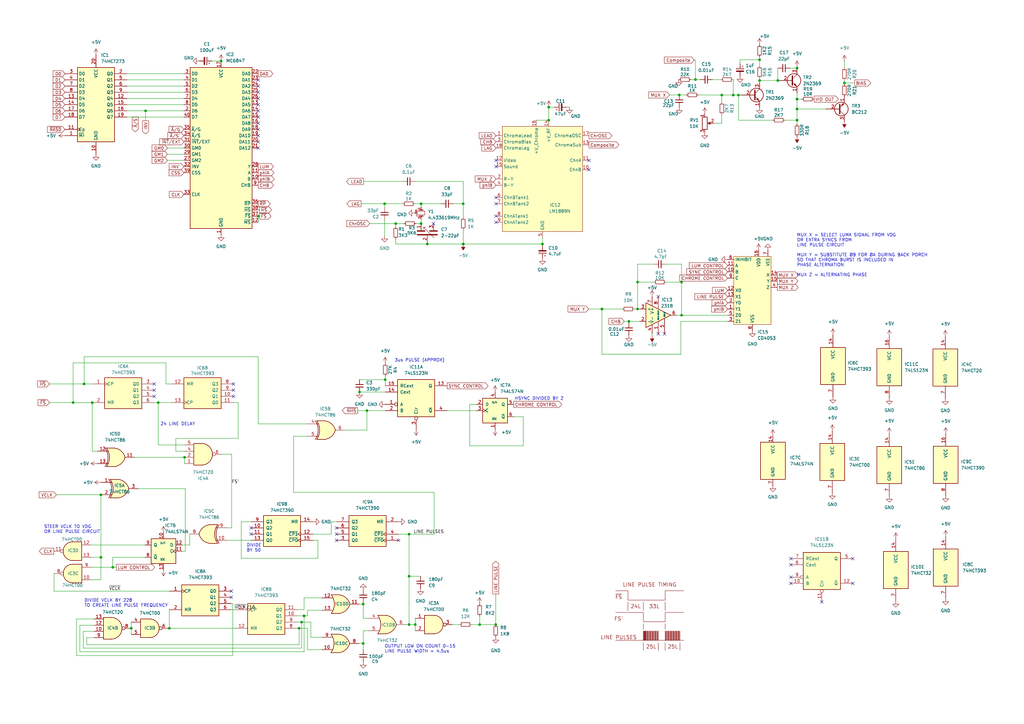
<source format=kicad_sch>
(kicad_sch (version 20230121) (generator eeschema)
  (paper "A3")
  (title_block (date "2023-07-31"))
  (junction (at 222.504 100.076))
  (junction (at 148.971 247.777))
  (junction (at 326.898 44.704))
  (junction (at 203.327 256.159))
  (junction (at 170.307 256.159))
  (junction (at 189.992 100.076))
  (junction (at 326.898 27.94))
  (junction (at 41.3808 202.946))
  (junction (at 46.228 232.6819))
  (junction (at 41.402 228.6))
  (junction (at 53.848 257.683))
  (junction (at 105.918 88.646))
  (junction (at 319.024 33.02))
  (junction (at 148.971 263.906))
  (junction (at 225.044 49.276))
  (junction (at 122.682 257.683))
  (junction (at 34.4979 157.48))
  (junction (at 29.972 165.1))
  (junction (at 172.72 91.694))
  (junction (at 225.044 43.942))
  (junction (at 302.895 38.989))
  (junction (at 326.898 40.64))
  (junction (at 90.678 25.019))
  (junction (at 124.714 252.603))
  (junction (at 261.493 126.746))
  (junction (at 311.531 33.02))
  (junction (at 285.242 32.639))
  (junction (at 175.26 100.076))
  (junction (at 196.7255 256.1666))
  (junction (at 311.531 24.5022))
  (junction (at 167.767 256.159))
  (junction (at 261.493 115.697))
  (junction (at 123.698 255.143))
  (junction (at 59.69 45.466))
  (junction (at 279.527 115.697))
  (junction (at 150.495 168.402))
  (junction (at 172.72 83.566))
  (junction (at 157.734 83.566))
  (junction (at 157.988 155.702))
  (junction (at 75.692 187.579))
  (junction (at 246.888 126.746))
  (junction (at 346.329 34.036))
  (junction (at 69.469 257.683))
  (junction (at 300.736 38.989))
  (junction (at 326.898 49.276))
  (junction (at 64.897 165.1))
  (junction (at 296.037 38.989))
  (junction (at 167.767 219.075))
  (junction (at 279.527 129.286))
  (junction (at 167.767 236.347))
  (junction (at 147.447 160.782))
  (junction (at 189.992 83.566))
  (junction (at 257.937 131.826))
  (junction (at 37.846 165.1392))
  (junction (at 278.6025 38.946))
  (junction (at 162.306 91.694))
  (no_connect (at 105.918 50.546))
  (no_connect (at 63.246 157.48))
  (no_connect (at 349.758 229.108))
  (no_connect (at 177.8 91.694))
  (no_connect (at 105.918 45.466))
  (no_connect (at 270.002 136.906))
  (no_connect (at 272.542 136.906))
  (no_connect (at 105.918 35.306))
  (no_connect (at 105.918 42.926))
  (no_connect (at 105.918 32.766))
  (no_connect (at 105.918 48.006))
  (no_connect (at 324.358 236.728))
  (no_connect (at 337.058 246.888))
  (no_connect (at 138.049 221.615))
  (no_connect (at 203.454 88.646))
  (no_connect (at 95.758 162.56))
  (no_connect (at 349.758 239.268))
  (no_connect (at 94.869 244.983))
  (no_connect (at 270.002 121.666))
  (no_connect (at 105.918 58.166))
  (no_connect (at 203.454 91.186))
  (no_connect (at 203.454 68.326))
  (no_connect (at 95.758 160.02))
  (no_connect (at 95.758 157.48))
  (no_connect (at 63.246 160.02))
  (no_connect (at 241.554 65.786))
  (no_connect (at 105.918 40.386))
  (no_connect (at 324.358 231.648))
  (no_connect (at 324.358 239.268))
  (no_connect (at 203.454 83.566))
  (no_connect (at 163.449 221.615))
  (no_connect (at 324.358 229.108))
  (no_connect (at 203.454 65.786))
  (no_connect (at 102.997 216.535))
  (no_connect (at 94.869 242.443))
  (no_connect (at 63.246 162.56))
  (no_connect (at 138.049 219.075))
  (no_connect (at 105.918 53.086))
  (no_connect (at 105.918 60.706))
  (no_connect (at 105.918 55.626))
  (no_connect (at 241.554 69.596))
  (no_connect (at 102.997 219.075))
  (no_connect (at 203.454 81.026))
  (no_connect (at 138.049 216.535))
  (no_connect (at 105.918 37.846))
  (wire (pts (xy 149.098 74.422) (xy 165.1 74.422)))
  (wire (pts (xy 295.656 32.639) (xy 292.227 32.639)))
  (wire (pts (xy 75.946 226.06) (xy 75.946 200.406)))
  (wire (pts (xy 172.72 89.916) (xy 172.72 91.694)))
  (wire (pts (xy 246.888 126.746) (xy 255.143 126.746)))
  (wire (pts (xy 75.692 190.119) (xy 75.692 187.579)))
  (wire (pts (xy 148.082 83.566) (xy 157.734 83.566)))
  (wire (pts (xy 326.898 50.927) (xy 326.898 49.276)))
  (wire (pts (xy 298.45 131.826) (xy 279.273 131.826)))
  (wire (pts (xy 178.054 201.93) (xy 178.054 219.075)))
  (wire (pts (xy 273.177 115.697) (xy 279.527 115.697)))
  (wire (pts (xy 37.338 223.52) (xy 59.436 223.52)))
  (wire (pts (xy 346.329 25.2263) (xy 346.329 27.813)))
  (wire (pts (xy 135.89 219.075) (xy 135.89 213.995)))
  (wire (pts (xy 70.358 165.1) (xy 64.897 165.1)))
  (wire (pts (xy 64.897 182.499) (xy 64.897 165.1)))
  (wire (pts (xy 279.527 129.286) (xy 298.45 129.286)))
  (wire (pts (xy 175.26 99.314) (xy 175.26 100.076)))
  (wire (pts (xy 192.659 182.88) (xy 214.63 182.88)))
  (wire (pts (xy 326.898 49.276) (xy 326.898 44.704)))
  (wire (pts (xy 53.848 260.223) (xy 53.848 257.683)))
  (wire (pts (xy 123.698 255.143) (xy 127.508 255.143)))
  (wire (pts (xy 32.766 267.335) (xy 32.766 256.413)))
  (wire (pts (xy 127.508 261.366) (xy 131.953 261.366)))
  (wire (pts (xy 74.676 223.52) (xy 77.8117 223.52)))
  (wire (pts (xy 52.07 35.306) (xy 75.438 35.306)))
  (wire (pts (xy 346.329 32.893) (xy 346.329 34.036)))
  (wire (pts (xy 34.4979 157.48) (xy 34.4979 146.304)))
  (wire (pts (xy 75.946 200.406) (xy 56.6208 200.406)))
  (wire (pts (xy 185.928 83.566) (xy 189.992 83.566)))
  (wire (pts (xy 189.992 94.234) (xy 189.992 100.076)))
  (wire (pts (xy 52.07 42.926) (xy 75.438 42.926)))
  (wire (pts (xy 203.327 244.983) (xy 203.3116 243.646)))
  (wire (pts (xy 29.972 165.1392) (xy 29.972 165.1)))
  (wire (pts (xy 279.527 129.286) (xy 279.527 115.697)))
  (wire (pts (xy 170.18 74.422) (xy 189.992 74.422)))
  (wire (pts (xy 68.707 60.706) (xy 75.438 60.706)))
  (wire (pts (xy 203.327 256.159) (xy 203.327 244.983)))
  (wire (pts (xy 122.682 264.414) (xy 35.56 264.414)))
  (wire (pts (xy 148.971 266.446) (xy 148.971 263.906)))
  (wire (pts (xy 246.888 145.288) (xy 246.888 126.746)))
  (wire (pts (xy 46.228 228.6) (xy 46.228 232.6819)))
  (wire (pts (xy 59.69 45.466) (xy 75.438 45.466)))
  (wire (pts (xy 147.193 263.906) (xy 148.971 263.906)))
  (wire (pts (xy 46.228 228.6) (xy 59.436 228.6)))
  (wire (pts (xy 148.971 258.699) (xy 151.13 258.699)))
  (wire (pts (xy 302.895 38.989) (xy 303.911 38.989)))
  (wire (pts (xy 41.402 202.946) (xy 41.402 228.6)))
  (wire (pts (xy 195.453 168.402) (xy 183.388 168.402)))
  (wire (pts (xy 72.136 179.832) (xy 72.136 185.039)))
  (wire (pts (xy 167.767 219.075) (xy 167.767 236.347)))
  (wire (pts (xy 189.992 83.566) (xy 189.992 89.154)))
  (wire (pts (xy 311.531 32.131) (xy 311.531 33.02)))
  (wire (pts (xy 346.329 34.036) (xy 350.52 34.036)))
  (wire (pts (xy 157.734 83.566) (xy 157.734 85.09)))
  (wire (pts (xy 95.504 268.859) (xy 31.369 268.859)))
  (wire (pts (xy 22.1553 242.443) (xy 69.469 242.443)))
  (wire (pts (xy 192.659 165.862) (xy 192.659 182.88)))
  (wire (pts (xy 148.971 263.906) (xy 148.971 258.699)))
  (wire (pts (xy 189.992 74.422) (xy 189.992 83.566)))
  (wire (pts (xy 120.396 178.943) (xy 120.396 201.93)))
  (wire (pts (xy 162.306 91.694) (xy 162.306 92.964)))
  (wire (pts (xy 130.4036 221.615) (xy 130.4036 229.0064)))
  (wire (pts (xy 26.5296 165.1) (xy 20.32 165.0977)))
  (wire (pts (xy 274.6164 38.946) (xy 278.6025 38.946)))
  (wire (pts (xy 303.53 26.162) (xy 303.53 24.5022)))
  (wire (pts (xy 257.937 131.826) (xy 262.382 131.826)))
  (wire (pts (xy 93.0517 221.561) (xy 102.997 221.615)))
  (wire (pts (xy 126.111 257.683) (xy 126.111 266.446)))
  (wire (pts (xy 124.714 250.063) (xy 124.714 245.237)))
  (wire (pts (xy 94.996 216.535) (xy 94.996 186.309)))
  (wire (pts (xy 324.104 27.94) (xy 326.898 27.94)))
  (wire (pts (xy 146.685 168.402) (xy 150.495 168.402)))
  (wire (pts (xy 157.734 83.566) (xy 165.1 83.566)))
  (wire (pts (xy 69.469 257.683) (xy 96.52 257.683)))
  (wire (pts (xy 23.114 202.946) (xy 41.3808 202.946)))
  (wire (pts (xy 296.037 38.989) (xy 300.736 38.989)))
  (wire (pts (xy 150.495 168.402) (xy 150.495 176.403)))
  (wire (pts (xy 277.622 129.286) (xy 279.527 129.286)))
  (wire (pts (xy 52.07 40.386) (xy 75.438 40.386)))
  (wire (pts (xy 97.663 165.1) (xy 97.663 179.832)))
  (wire (pts (xy 151.638 91.694) (xy 162.306 91.694)))
  (wire (pts (xy 95.504 247.523) (xy 94.869 247.523)))
  (wire (pts (xy 126.111 178.943) (xy 120.396 178.943)))
  (wire (pts (xy 124.714 245.237) (xy 132.08 245.237)))
  (wire (pts (xy 157.988 155.702) (xy 157.988 158.242)))
  (wire (pts (xy 157.734 90.17) (xy 157.7399 96.7441)))
  (wire (pts (xy 68.707 65.786) (xy 75.438 65.786)))
  (wire (pts (xy 86.868 25.019) (xy 90.678 25.019)))
  (wire (pts (xy 94.996 186.309) (xy 90.932 186.309)))
  (wire (pts (xy 203.327 256.159) (xy 196.7255 256.1666)))
  (wire (pts (xy 127.508 255.143) (xy 127.508 261.366)))
  (wire (pts (xy 311.531 24.5022) (xy 311.531 27.051)))
  (wire (pts (xy 188.3974 256.1514) (xy 185.547 256.159)))
  (wire (pts (xy 37.846 185.039) (xy 37.846 165.1392)))
  (wire (pts (xy 124.714 252.603) (xy 126.111 252.603)))
  (wire (pts (xy 284.734 24.638) (xy 285.242 24.638)))
  (wire (pts (xy 121.92 252.603) (xy 124.714 252.603)))
  (wire (pts (xy 122.682 257.683) (xy 122.682 264.414)))
  (wire (pts (xy 41.402 228.6) (xy 37.338 228.6)))
  (wire (pts (xy 147.32 247.777) (xy 148.971 247.777)))
  (wire (pts (xy 34.4979 157.48) (xy 37.846 157.48)))
  (wire (pts (xy 22.1553 235.2219) (xy 22.1553 242.443)))
  (wire (pts (xy 172.72 83.566) (xy 180.848 83.566)))
  (wire (pts (xy 41.402 237.7619) (xy 41.402 228.6)))
  (wire (pts (xy 279.273 145.288) (xy 246.888 145.288)))
  (wire (pts (xy 96.52 250.063) (xy 94.869 250.063)))
  (wire (pts (xy 147.447 155.702) (xy 157.988 155.702)))
  (wire (pts (xy 95.504 247.523) (xy 95.504 268.859)))
  (wire (pts (xy 162.306 98.044) (xy 162.306 100.076)))
  (wire (pts (xy 232.41 43.942) (xy 233.553 43.942)))
  (wire (pts (xy 163.449 219.075) (xy 167.767 219.075)))
  (wire (pts (xy 281.3965 38.946) (xy 278.6025 38.946)))
  (wire (pts (xy 167.767 236.347) (xy 172.466 236.347)))
  (wire (pts (xy 285.242 24.638) (xy 285.242 32.639)))
  (wire (pts (xy 279.273 131.826) (xy 279.273 145.288)))
  (wire (pts (xy 214.63 170.942) (xy 210.693 170.942)))
  (wire (pts (xy 105.918 173.863) (xy 126.111 173.863)))
  (wire (pts (xy 98.9584 213.995) (xy 102.997 213.995)))
  (wire (pts (xy 319.024 27.94) (xy 319.024 33.02)))
  (wire (pts (xy 59.69 49.53) (xy 59.69 45.466)))
  (wire (pts (xy 346.329 34.544) (xy 346.329 34.036)))
  (wire (pts (xy 46.228 232.6819) (xy 37.3953 232.6819)))
  (wire (pts (xy 225.044 49.276) (xy 219.964 49.276)))
  (wire (pts (xy 326.898 27.559) (xy 326.898 27.94)))
  (wire (pts (xy 41.3808 202.946) (xy 41.402 202.946)))
  (wire (pts (xy 77.8117 223.52) (xy 77.8117 219.021)))
  (wire (pts (xy 196.7255 252.7376) (xy 196.7255 256.1666)))
  (wire (pts (xy 150.495 168.402) (xy 157.988 168.402)))
  (wire (pts (xy 97.663 179.832) (xy 72.136 179.832)))
  (wire (pts (xy 69.469 250.063) (xy 69.469 257.683)))
  (wire (pts (xy 128.397 219.075) (xy 135.89 219.075)))
  (wire (pts (xy 196.7255 256.1666) (xy 193.4774 256.1514)))
  (wire (pts (xy 69.088 257.683) (xy 69.469 257.683)))
  (wire (pts (xy 296.037 38.989) (xy 296.037 41.91)))
  (wire (pts (xy 68.707 63.246) (xy 75.438 63.246)))
  (wire (pts (xy 52.07 48.006) (xy 75.438 48.006)))
  (wire (pts (xy 68.072 157.48) (xy 68.072 148.844)))
  (wire (pts (xy 95.758 165.1) (xy 97.663 165.1)))
  (wire (pts (xy 29.972 165.1) (xy 26.5296 165.1)))
  (wire (pts (xy 105.918 88.646) (xy 106.426 88.646)))
  (wire (pts (xy 257.937 132.461) (xy 257.937 131.826)))
  (wire (pts (xy 20.32 157.48) (xy 34.4979 157.48)))
  (wire (pts (xy 326.898 44.704) (xy 338.709 44.704)))
  (wire (pts (xy 124.714 267.335) (xy 32.766 267.335)))
  (wire (pts (xy 285.242 32.639) (xy 287.147 32.639)))
  (wire (pts (xy 225.044 43.942) (xy 225.044 49.276)))
  (wire (pts (xy 241.427 126.746) (xy 246.888 126.746)))
  (wire (pts (xy 147.447 160.782) (xy 157.988 160.782)))
  (wire (pts (xy 31.369 253.873) (xy 38.608 253.873)))
  (wire (pts (xy 98.9584 213.995) (xy 98.9584 229.0064)))
  (wire (pts (xy 37.3953 237.7619) (xy 41.402 237.7619)))
  (wire (pts (xy 302.895 38.989) (xy 302.895 49.276)))
  (wire (pts (xy 279.527 108.331) (xy 273.177 108.331)))
  (wire (pts (xy 300.736 38.989) (xy 302.895 38.989)))
  (wire (pts (xy 126.111 250.317) (xy 132.08 250.317)))
  (wire (pts (xy 167.767 256.159) (xy 167.767 236.347)))
  (wire (pts (xy 130.4036 229.0064) (xy 98.9584 229.0064)))
  (wire (pts (xy 105.918 146.304) (xy 105.918 173.863)))
  (wire (pts (xy 121.92 250.063) (xy 124.714 250.063)))
  (wire (pts (xy 286.4765 38.946) (xy 296.037 38.989)))
  (wire (pts (xy 47.734 232.6819) (xy 46.228 232.6819)))
  (wire (pts (xy 121.92 255.143) (xy 123.698 255.143)))
  (wire (pts (xy 261.493 126.746) (xy 262.382 126.746)))
  (wire (pts (xy 72.136 185.039) (xy 75.692 185.039)))
  (wire (pts (xy 326.898 44.704) (xy 326.898 40.64)))
  (wire (pts (xy 64.897 165.1) (xy 63.246 165.1)))
  (wire (pts (xy 32.766 256.413) (xy 38.608 256.413)))
  (wire (pts (xy 189.992 100.076) (xy 222.504 100.076)))
  (wire (pts (xy 321.945 49.276) (xy 326.898 49.276)))
  (wire (pts (xy 55.118 187.579) (xy 75.692 187.579)))
  (wire (pts (xy 261.493 115.697) (xy 261.493 126.746)))
  (wire (pts (xy 126.111 266.446) (xy 131.953 266.446)))
  (wire (pts (xy 261.493 108.331) (xy 268.097 108.331)))
  (wire (pts (xy 29.972 148.844) (xy 29.972 165.1)))
  (wire (pts (xy 296.037 50.546) (xy 292.862 50.546)))
  (wire (pts (xy 170.688 91.694) (xy 172.72 91.694)))
  (wire (pts (xy 31.369 268.859) (xy 31.369 253.873)))
  (wire (pts (xy 90.678 25.019) (xy 90.678 25.146)))
  (wire (pts (xy 34.163 265.811) (xy 34.163 258.953)))
  (wire (pts (xy 267.462 137.668) (xy 267.462 136.906)))
  (wire (pts (xy 37.846 185.039) (xy 39.878 185.039)))
  (wire (pts (xy 53.848 255.143) (xy 53.848 257.683)))
  (wire (pts (xy 124.714 252.603) (xy 124.714 267.335)))
  (wire (pts (xy 222.504 100.076) (xy 222.504 100.838)))
  (wire (pts (xy 148.971 247.777) (xy 148.971 253.619)))
  (wire (pts (xy 279.527 115.697) (xy 279.527 108.331)))
  (wire (pts (xy 302.895 49.276) (xy 316.865 49.276)))
  (wire (pts (xy 122.682 257.683) (xy 126.111 257.683)))
  (wire (pts (xy 172.72 83.566) (xy 172.72 84.836)))
  (wire (pts (xy 170.307 258.699) (xy 170.307 256.159)))
  (wire (pts (xy 128.397 221.615) (xy 130.4036 221.615)))
  (wire (pts (xy 75.692 182.499) (xy 64.897 182.499)))
  (wire (pts (xy 162.306 100.076) (xy 175.26 100.076)))
  (wire (pts (xy 93.0517 216.481) (xy 94.996 216.535)))
  (wire (pts (xy 192.659 165.862) (xy 195.453 165.862)))
  (wire (pts (xy 52.07 45.466) (xy 59.69 45.466)))
  (wire (pts (xy 178.054 219.075) (xy 167.767 219.075)))
  (wire (pts (xy 52.07 37.846) (xy 75.438 37.846)))
  (wire (pts (xy 170.307 256.159) (xy 167.767 256.159)))
  (wire (pts (xy 34.163 258.953) (xy 38.608 258.953)))
  (wire (pts (xy 29.972 165.1392) (xy 37.846 165.1392)))
  (wire (pts (xy 123.698 265.811) (xy 34.163 265.811)))
  (wire (pts (xy 328.803 40.64) (xy 326.898 40.64)))
  (wire (pts (xy 214.63 182.88) (xy 214.63 170.942)))
  (wire (pts (xy 162.306 91.694) (xy 165.608 91.694)))
  (wire (pts (xy 35.56 261.493) (xy 38.608 261.493)))
  (wire (pts (xy 148.971 247.142) (xy 148.971 247.777)))
  (wire (pts (xy 122.682 257.683) (xy 121.92 257.683)))
  (wire (pts (xy 157.988 154.178) (xy 157.988 155.702)))
  (wire (pts (xy 222.504 97.536) (xy 222.504 100.076)))
  (wire (pts (xy 167.767 256.159) (xy 166.37 256.159)))
  (wire (pts (xy 227.33 43.942) (xy 225.044 43.942)))
  (wire (pts (xy 261.493 115.697) (xy 268.097 115.697)))
  (wire (pts (xy 170.18 83.566) (xy 172.72 83.566)))
  (wire (pts (xy 303.53 24.5022) (xy 311.531 24.5022)))
  (wire (pts (xy 311.531 23.368) (xy 311.531 24.5022)))
  (wire (pts (xy 141.351 176.403) (xy 150.495 176.403)))
  (wire (pts (xy 148.971 253.619) (xy 151.13 253.619)))
  (wire (pts (xy 74.676 226.06) (xy 75.946 226.06)))
  (wire (pts (xy 123.698 255.143) (xy 123.698 265.811)))
  (wire (pts (xy 35.56 264.414) (xy 35.56 261.493)))
  (wire (pts (xy 52.07 30.226) (xy 75.438 30.226)))
  (wire (pts (xy 319.024 33.02) (xy 319.278 33.02)))
  (wire (pts (xy 68.072 148.844) (xy 29.972 148.844)))
  (wire (pts (xy 70.358 157.48) (xy 68.072 157.48)))
  (wire (pts (xy 311.531 33.02) (xy 311.531 33.909)))
  (wire (pts (xy 175.26 100.076) (xy 189.992 100.076)))
  (wire (pts (xy 106.426 86.106) (xy 105.918 86.106)))
  (wire (pts (xy 170.307 253.619) (xy 170.307 256.159)))
  (wire (pts (xy 260.223 126.746) (xy 261.493 126.746)))
  (wire (pts (xy 34.4979 146.304) (xy 105.918 146.304)))
  (wire (pts (xy 326.898 40.64) (xy 326.898 38.1)))
  (wire (pts (xy 256.032 131.826) (xy 257.937 131.826)))
  (wire (pts (xy 311.531 33.02) (xy 319.024 33.02)))
  (wire (pts (xy 105.918 88.646) (xy 105.918 91.186)))
  (wire (pts (xy 135.89 213.995) (xy 138.049 213.995)))
  (wire (pts (xy 120.396 201.93) (xy 178.054 201.93)))
  (wire (pts (xy 126.111 250.317) (xy 126.111 252.603)))
  (wire (pts (xy 296.037 46.99) (xy 296.037 50.546)))
  (wire (pts (xy 52.07 32.766) (xy 75.438 32.766)))
  (wire (pts (xy 300.736 32.639) (xy 300.736 38.989)))
  (wire (pts (xy 283.464 32.639) (xy 285.242 32.639)))
  (wire (pts (xy 261.493 115.697) (xy 261.493 108.331)))
  (wire (pts (xy 37.846 165.1392) (xy 37.846 165.1)))
  (text "MUX X = SELECT LUMA SIGNAL FROM VDG\nOR EXTRA SYNCS FROM\nLINE PULSE CIRCUIT\n\nMUX Y = SUBSTITUTE ØB FOR ØA DURING BACK PORCH\nSO THAT CHROMA BURST IS INCLUDED IN\nPHASE ALTERNATION\n\nMUX Z = ALTERNATING PHASE" (at 326.7964 113.6396 0) (effects (font (size 1.27 1.27)) (justify left bottom)))
  (text "DIVIDE\nBY 50" (at 101.092 226.568 0) (effects (font (size 1.27 1.27)) (justify left bottom)))
  (text "HSYNC DIVIDED BY 2" (at 211.074 164.338 0) (effects (font (size 1.27 1.27)) (justify left bottom)))
  (text "3us PULSE (APPROX)" (at 161.798 148.59 0) (effects (font (size 1.27 1.27)) (justify left bottom)))
  (text "STEER VCLK TO VDG\nOR LINE PULSE CIRCUIT" (at 18.034 218.948 0) (effects (font (size 1.27 1.27)) (justify left bottom)))
  (text "OUTPUT LOW ON COUNT 0-15\nLINE PULSE WIDTH = 4.5us" (at 157.734 267.97 0) (effects (font (size 1.27 1.27)) (justify left bottom)))
  (text "DIVIDE VCLK BY 228\nTO CREATE LINE PULSE FREQUENCY" (at 34.544 249.174 0) (effects (font (size 1.27 1.27)) (justify left bottom)))
  (text "24 LINE DELAY" (at 65.786 174.752 0) (effects (font (size 1.27 1.27)) (justify left bottom)))
  (label "FS'" (at 94.996 198.5735 0))
  (label "~{VCLK}" (at 44.6871 242.443 0))
  (label "~{VCLK}{slash}16" (at 96.1474 250.063 0))
  (label "LINE PULSES" (at 169.6011 219.075 0))
  (global_label "D0" (shape input) (at 26.67 30.226 180) (property "Intersheetrefs" "${INTERSHEET_REFS}" (effects hide)))
  (global_label "phiA" (shape input) (at 298.45 124.206 180) (property "Intersheetrefs" "${INTERSHEET_REFS}" (effects hide)))
  (global_label "LEAD" (shape input) (at 203.454 55.626 180) (property "Intersheetrefs" "${INTERSHEET_REFS}" (effects hide)))
  (global_label "LAG" (shape output) (at 148.082 83.566 180) (property "Intersheetrefs" "${INTERSHEET_REFS}" (effects hide)))
  (global_label "~{HS}" (shape input) (at 20.32 157.48 180) (property "Intersheetrefs" "${INTERSHEET_REFS}" (effects hide)))
  (global_label "~{HS}" (shape output) (at 106.426 86.106 0) (property "Intersheetrefs" "${INTERSHEET_REFS}" (effects hide)))
  (global_label "MUX Y" (shape output) (at 318.77 115.316 0) (property "Intersheetrefs" "${INTERSHEET_REFS}" (effects hide)))
  (global_label "~{A}{slash}S'" (shape input) (at 75.438 55.626 180) (property "Intersheetrefs" "${INTERSHEET_REFS}" (effects hide)))
  (global_label "~{INT}{slash}EXT" (shape input) (at 75.438 58.166 180) (property "Intersheetrefs" "${INTERSHEET_REFS}" (effects hide)))
  (global_label "CHROME CONTROL" (shape input) (at 298.45 114.046 180) (property "Intersheetrefs" "${INTERSHEET_REFS}" (effects hide)))
  (global_label "Composite" (shape input) (at 284.734 24.638 180) (property "Intersheetrefs" "${INTERSHEET_REFS}" (effects hide)))
  (global_label "Composite" (shape output) (at 241.554 59.436 0) (property "Intersheetrefs" "${INTERSHEET_REFS}" (effects hide)))
  (global_label "phiB" (shape input) (at 203.454 75.946 180) (property "Intersheetrefs" "${INTERSHEET_REFS}" (effects hide)))
  (global_label "MUX Z" (shape output) (at 318.77 117.856 0) (property "Intersheetrefs" "${INTERSHEET_REFS}" (effects hide)))
  (global_label "LINE PULSE" (shape input) (at 298.45 121.666 180) (property "Intersheetrefs" "${INTERSHEET_REFS}" (effects hide)))
  (global_label "BIAS" (shape output) (at 350.52 34.036 0) (property "Intersheetrefs" "${INTERSHEET_REFS}" (effects hide)))
  (global_label "D6" (shape input) (at 26.67 45.466 180) (property "Intersheetrefs" "${INTERSHEET_REFS}" (effects hide)))
  (global_label "CLK" (shape output) (at 22.098 226.06 180) (property "Intersheetrefs" "${INTERSHEET_REFS}" (effects hide)))
  (global_label "~{A}{slash}S" (shape output) (at 55.4577 48.006 270) (property "Intersheetrefs" "${INTERSHEET_REFS}" (effects hide)))
  (global_label "~{NHS}" (shape output) (at 146.685 168.402 180) (property "Intersheetrefs" "${INTERSHEET_REFS}" (effects hide)))
  (global_label "VID OUT" (shape output) (at 333.883 40.64 0) (property "Intersheetrefs" "${INTERSHEET_REFS}" (effects hide)))
  (global_label "MUX Z" (shape input) (at 203.454 73.406 180) (property "Intersheetrefs" "${INTERSHEET_REFS}" (effects hide)))
  (global_label "GM0" (shape input) (at 68.707 60.706 180) (property "Intersheetrefs" "${INTERSHEET_REFS}" (effects hide)))
  (global_label "CLK" (shape input) (at 75.438 79.756 180) (property "Intersheetrefs" "${INTERSHEET_REFS}" (effects hide)))
  (global_label "D7" (shape input) (at 26.67 48.006 180) (property "Intersheetrefs" "${INTERSHEET_REFS}" (effects hide)))
  (global_label "D1" (shape input) (at 26.67 32.766 180) (property "Intersheetrefs" "${INTERSHEET_REFS}" (effects hide)))
  (global_label "~{A}{slash}G" (shape input) (at 75.438 53.086 180) (property "Intersheetrefs" "${INTERSHEET_REFS}" (effects hide)))
  (global_label "GM1" (shape input) (at 68.707 63.246 180) (property "Intersheetrefs" "${INTERSHEET_REFS}" (effects hide)))
  (global_label "LUM CONTROL" (shape output) (at 47.734 232.6819 0) (property "Intersheetrefs" "${INTERSHEET_REFS}" (effects hide)))
  (global_label "INV" (shape output) (at 59.69 49.53 270) (property "Intersheetrefs" "${INTERSHEET_REFS}" (effects hide)))
  (global_label "ChrOSC" (shape output) (at 241.554 55.626 0) (property "Intersheetrefs" "${INTERSHEET_REFS}" (effects hide)))
  (global_label "D5" (shape input) (at 26.67 42.926 180) (property "Intersheetrefs" "${INTERSHEET_REFS}" (effects hide)))
  (global_label "MUX X" (shape output) (at 318.77 112.776 0) (property "Intersheetrefs" "${INTERSHEET_REFS}" (effects hide)))
  (global_label "CHB" (shape input) (at 203.454 58.166 180) (property "Intersheetrefs" "${INTERSHEET_REFS}" (effects hide)))
  (global_label "ChrOSC" (shape input) (at 151.638 91.694 180) (property "Intersheetrefs" "${INTERSHEET_REFS}" (effects hide)))
  (global_label "D3" (shape input) (at 26.67 37.846 180) (property "Intersheetrefs" "${INTERSHEET_REFS}" (effects hide)))
  (global_label "CHROME CONTROL" (shape output) (at 210.693 165.862 0) (property "Intersheetrefs" "${INTERSHEET_REFS}" (effects hide)))
  (global_label "LEAD" (shape output) (at 149.098 74.422 180) (property "Intersheetrefs" "${INTERSHEET_REFS}" (effects hide)))
  (global_label "MUX X" (shape input) (at 274.6164 38.946 180) (property "Intersheetrefs" "${INTERSHEET_REFS}" (effects hide)))
  (global_label "phiB" (shape input) (at 298.45 126.746 180) (property "Intersheetrefs" "${INTERSHEET_REFS}" (effects hide)))
  (global_label "LUM" (shape input) (at 298.45 119.126 180) (property "Intersheetrefs" "${INTERSHEET_REFS}" (effects hide)))
  (global_label "phiA" (shape output) (at 105.918 70.866 0) (property "Intersheetrefs" "${INTERSHEET_REFS}" (effects hide)))
  (global_label "MUX Y" (shape input) (at 241.427 126.746 180) (property "Intersheetrefs" "${INTERSHEET_REFS}" (effects hide)))
  (global_label "LUM CONTROL" (shape input) (at 298.45 108.966 180) (property "Intersheetrefs" "${INTERSHEET_REFS}" (effects hide)))
  (global_label "~{FS}" (shape output) (at 106.426 88.646 0) (property "Intersheetrefs" "${INTERSHEET_REFS}" (effects hide)))
  (global_label "~{RAS0}" (shape input) (at 26.67 53.086 180) (property "Intersheetrefs" "${INTERSHEET_REFS}" (effects hide)))
  (global_label "SYNC CONTROL" (shape output) (at 183.388 158.242 0) (property "Intersheetrefs" "${INTERSHEET_REFS}" (effects hide)))
  (global_label "~{RP}" (shape output) (at 105.918 83.566 0) (property "Intersheetrefs" "${INTERSHEET_REFS}" (effects hide)))
  (global_label "SYNC CONTROL" (shape input) (at 298.45 111.506 180) (property "Intersheetrefs" "${INTERSHEET_REFS}" (effects hide)))
  (global_label "DA0" (shape output) (at 105.918 30.226 0) (property "Intersheetrefs" "${INTERSHEET_REFS}" (effects hide)))
  (global_label "LUM" (shape output) (at 105.918 68.326 0) (property "Intersheetrefs" "${INTERSHEET_REFS}" (effects hide)))
  (global_label "VCLK" (shape input) (at 23.114 202.946 180) (property "Intersheetrefs" "${INTERSHEET_REFS}" (effects hide)))
  (global_label "INV'" (shape input) (at 75.438 68.326 180) (property "Intersheetrefs" "${INTERSHEET_REFS}" (effects hide)))
  (global_label "CSS" (shape input) (at 75.438 70.866 180) (property "Intersheetrefs" "${INTERSHEET_REFS}" (effects hide)))
  (global_label "D4" (shape input) (at 26.67 40.386 180) (property "Intersheetrefs" "${INTERSHEET_REFS}" (effects hide)))
  (global_label "LAG" (shape input) (at 203.454 60.706 180) (property "Intersheetrefs" "${INTERSHEET_REFS}" (effects hide)))
  (global_label "LINE PULSE" (shape output) (at 203.3116 243.646 90) (property "Intersheetrefs" "${INTERSHEET_REFS}" (effects hide)))
  (global_label "phiB" (shape output) (at 105.918 73.406 0) (property "Intersheetrefs" "${INTERSHEET_REFS}" (effects hide)))
  (global_label "CHB" (shape input) (at 256.032 131.826 180) (property "Intersheetrefs" "${INTERSHEET_REFS}" (effects hide)))
  (global_label "~{FS}" (shape input) (at 20.32 165.0977 180) (property "Intersheetrefs" "${INTERSHEET_REFS}" (effects hide)))
  (global_label "GM2" (shape input) (at 68.707 65.786 180) (property "Intersheetrefs" "${INTERSHEET_REFS}" (effects hide)))
  (global_label "D2" (shape input) (at 26.67 35.306 180) (property "Intersheetrefs" "${INTERSHEET_REFS}" (effects hide)))
  (global_label "CHB" (shape output) (at 105.918 75.946 0) (property "Intersheetrefs" "${INTERSHEET_REFS}" (effects hide)))
  (symbol (lib_id "power:GND") (at 233.553 43.942 0) (unit 1)
    (property "Reference" "#PWR028" (effects hide))
    (property "Value" "GND" (at 236.1184 47.6504 0))
    (instances (project "Dragon32" (path "" (reference "#PWR028") (unit 1))) (project "extrom" (path "" (reference "#PWR061") (unit 1))))
  )
  (symbol (lib_id "Device:R_Small") (at 280.924 32.639 270) (unit 1)
    (property "Reference" "R10" (at 280.924 28.448 90))
    (property "Value" "22K" (at 280.924 30.607 90))
    (property "Footprint" "Resistor_SMD:R_0805_2012Metric_Pad1.20x1.40mm_HandSolder" (effects hide))
    (property "DigiKey" "CF14JT22K0CT-ND" (effects hide))
    (instances (project "Dragon32" (path "" (reference "R10") (unit 1))) (project "extrom" (path "" (reference "R11") (unit 1))))
  )
  (symbol (lib_id "power:+5V") (at 26.67 55.626 90) (unit 1)
    (property "Reference" "#PWR05" (effects hide))
    (property "Value" "+5V" (at 22.987 55.6259 90) (effects (justify left)))
    (instances (project "Dragon32" (path "" (reference "#PWR05") (unit 1))) (project "extrom" (path "" (reference "#PWR033") (unit 1))))
  )
  (symbol (lib_id "Device:C_Trim_Differential") (at 175.26 95.504 0) (unit 1)
    (property "Reference" "C7" (at 180.848 94.1069 0) (effects (justify left)))
    (property "Value" "2-22pF" (at 180.848 96.6469 0) (effects (justify left)))
    (property "Footprint" "Dragon:Trimmer-7.5mm" (effects hide))
    (property "Datasheet" "https://connect.kemet.com:7667/gateway/IntelliData-ComponentDocumentation/1.0/download/datasheet/C315C220K2G5TA7301" (effects hide))
    (instances (project "Dragon32" (path "" (reference "C7") (unit 1))) (project "extrom" (path "" (reference "C8") (unit 1))))
  )
  (symbol (lib_id "74xx:74LS00") (at 29.7753 235.2219 0) (mirror y) (unit 3)
    (property "Reference" "IC3" (at 29.972 235.204 0))
    (property "Value" "74HCT00" (at 29.718 240.03 0))
    (property "Footprint" "Package_SO:SOIC-14_3.9x8.7mm_P1.27mm" (effects hide))
    (property "Datasheet" "http://www.ti.com/lit/gpn/sn74ls00" (effects hide))
    (property "DigiKey" "296-1626-ND" (effects hide))
    (instances (project "Dragon32" (path "" (reference "IC3") (unit 3))) (project "extrom" (path "" (reference "IC1") (unit 3))))
  )
  (symbol (lib_id "74xx:74LS393") (at 83.058 162.56 0) (mirror x) (unit 2)
    (property "Reference" "IC6" (at 83.058 150.876 0))
    (property "Value" "74HCT393" (at 83.058 153.162 0))
    (property "Footprint" "Package_SO:SOIC-14_3.9x8.7mm_P1.27mm" (effects hide))
    (property "Datasheet" "https://www.ti.com/general/docs/suppproductinfo.tsp?distId=10&gotoUrl=https%3A%2F%2Fwww.ti.com%2Flit%2Fgpn%2Fsn74ls390" (effects hide))
    (property "DigiKey" "296-1665-5-ND" (effects hide))
    (instances (project "Dragon32" (path "" (reference "IC6") (unit 2))) (project "extrom" (path "" (reference "IC5") (unit 2))))
  )
  (symbol (lib_id "power:GND") (at 364.744 203.454 0) (unit 1)
    (property "Reference" "#PWR0111" (effects hide))
    (property "Value" "GND" (at 364.744 208.153 0))
    (instances (project "Dragon32" (path "" (reference "#PWR0111") (unit 1))) (project "extrom" (path "" (reference "#PWR089") (unit 1))))
  )
  (symbol (lib_id "power:GND") (at 298.45 106.426 270) (unit 1)
    (property "Reference" "#PWR039" (effects hide))
    (property "Value" "GND" (at 294.513 106.4259 90) (effects (justify right)))
    (instances (project "Dragon32" (path "" (reference "#PWR039") (unit 1))) (project "extrom" (path "" (reference "#PWR069") (unit 1))))
  )
  (symbol (lib_id "74xx:74LS393") (at 387.858 232.791 0) (unit 3)
    (property "Reference" "IC8" (at 394.716 231.5209 0) (effects (justify left)))
    (property "Value" "74HCT393" (at 394.716 234.0609 0) (effects (justify left)))
    (property "Footprint" "Package_SO:SOIC-14_3.9x8.7mm_P1.27mm" (effects hide))
    (property "Datasheet" "https://www.ti.com/general/docs/suppproductinfo.tsp?distId=10&gotoUrl=https%3A%2F%2Fwww.ti.com%2Flit%2Fgpn%2Fsn74ls390" (effects hide))
    (property "DigiKey" "296-1665-5-ND" (effects hide))
    (instances (project "Dragon32" (path "" (reference "IC8") (unit 3))) (project "extrom" (path "" (reference "IC7") (unit 3))))
  )
  (symbol (lib_id "Device:R_Small") (at 346.329 37.084 180) (unit 1)
    (property "Reference" "R21" (at 350.52 37.084 90))
    (property "Value" "270R" (at 348.361 37.084 90))
    (property "Footprint" "Resistor_SMD:R_0805_2012Metric_Pad1.20x1.40mm_HandSolder" (effects hide))
    (property "DigiKey" "CF14JT270RCT-ND" (effects hide))
  )
  (symbol (lib_id "power:GND") (at 170.18 87.376 270) (unit 1)
    (property "Reference" "#PWR051" (effects hide))
    (property "Value" "GND" (at 166.878 88.011 90) (effects (justify right)))
  )
  (symbol (lib_id "power:GND") (at 341.376 202.184 0) (unit 1)
    (property "Reference" "#PWR0115" (effects hide))
    (property "Value" "GND" (at 341.376 206.883 0))
    (instances (project "Dragon32" (path "" (reference "#PWR0115") (unit 1))) (project "extrom" (path "" (reference "#PWR081") (unit 1))))
  )
  (symbol (lib_id "Device:C_Small") (at 183.388 83.566 270) (unit 1)
    (property "Reference" "C8" (at 183.3816 77.216 90))
    (property "Value" "33pF" (at 183.3816 79.756 90))
    (property "Footprint" "Capacitor_SMD:C_0805_2012Metric_Pad1.18x1.45mm_HandSolder" (effects hide))
    (property "Datasheet" "https://www.vishay.com/docs/45171/kseries.pdf" (effects hide))
    (property "DigiKey" "BC1007CT-ND" (effects hide))
    (instances (project "Dragon32" (path "" (reference "C8") (unit 1))) (project "extrom" (path "" (reference "C9") (unit 1))))
  )
  (symbol (lib_id "power:GND") (at 387.858 245.491 0) (unit 1)
    (property "Reference" "#PWR061" (effects hide))
    (property "Value" "GND" (at 387.858 250.444 0))
    (instances (project "Dragon32" (path "" (reference "#PWR061") (unit 1))) (project "extrom" (path "" (reference "#PWR0100") (unit 1))))
  )
  (symbol (lib_id "power:GND") (at 303.53 31.242 0) (unit 1)
    (property "Reference" "#PWR036" (effects hide))
    (property "Value" "GND" (at 305.943 34.798 0))
    (instances (project "Dragon32" (path "" (reference "#PWR036") (unit 1))) (project "extrom" (path "" (reference "#PWR070") (unit 1))))
  )
  (symbol (lib_id "Device:C_Small") (at 289.687 32.639 270) (unit 1)
    (property "Reference" "C15" (at 289.6806 26.289 90))
    (property "Value" "0.01uF" (at 289.6806 28.829 90))
    (property "Footprint" "Capacitor_SMD:C_0805_2012Metric_Pad1.18x1.45mm_HandSolder" (effects hide))
    (property "Datasheet" "https://www.vishay.com/docs/45171/kseries.pdf" (effects hide))
    (property "DigiKey" "BC2662CT-ND" (effects hide))
  )
  (symbol (lib_id "power:GND") (at 364.744 163.322 0) (unit 1)
    (property "Reference" "#PWR048" (effects hide))
    (property "Value" "GND" (at 364.744 168.275 0))
    (instances (project "Dragon32" (path "" (reference "#PWR048") (unit 1))) (project "extrom" (path "" (reference "#PWR087") (unit 1))))
  )
  (symbol (lib_id "vdg:MC14053") (at 308.61 119.126 0) (unit 1)
    (property "Reference" "IC15" (at 310.6294 136.144 0) (effects (justify left)))
    (property "Value" "CD4053" (at 310.6294 138.684 0) (effects (justify left)))
    (property "Footprint" "Package_SO:SOIC-16_3.9x9.9mm_P1.27mm" (effects hide))
    (property "Datasheet" "https://rocelec.widen.net/view/pdf/kdbfj5guvk/MOTOS09506-1.pdf?t.download=true&u=5oefqw" (effects hide))
    (property "DigiKey" "296-2059-ND" (effects hide))
    (property "Note" "obsolete use CD4053B" (effects hide))
    (instances (project "Dragon32" (path "" (reference "IC15") (unit 1))) (project "extrom" (path "" (reference "IC14") (unit 1))))
  )
  (symbol (lib_id "vdg:LM1889N") (at 222.504 75.946 0) (unit 1)
    (property "Reference" "IC12" (at 225.425 84.074 0) (effects (justify left)))
    (property "Value" "LM1889N" (at 225.171 86.614 0) (effects (justify left)))
    (property "Footprint" "Package_DIP:DIP-18_W7.62mm" (effects hide))
    (property "Datasheet" "https://www.alldatasheet.com/datasheet-pdf/pdf/8687/NSC/LM1889N.html" (effects hide))
    (property "Note" "donor / NOS" (effects hide))
  )
  (symbol (lib_id "Device:C_Small") (at 321.564 27.94 270) (unit 1)
    (property "Reference" "C17" (at 321.5576 21.59 90))
    (property "Value" "22pF" (at 321.5576 24.13 90))
    (property "Footprint" "Capacitor_SMD:C_0805_2012Metric_Pad1.18x1.45mm_HandSolder" (effects hide))
    (property "Datasheet" "https://connect.kemet.com:7667/gateway/IntelliData-ComponentDocumentation/1.0/download/datasheet/C315C220K2G5TA7301" (effects hide))
    (property "DigiKey" "399-13930-1-ND" (effects hide))
  )
  (symbol (lib_id "power:+5V") (at 316.992 178.816 0) (unit 1)
    (property "Reference" "#PWR0110" (effects hide))
    (property "Value" "+5V" (at 316.992 173.355 0))
    (instances (project "Dragon32" (path "" (reference "#PWR0110") (unit 1))) (project "extrom" (path "" (reference "#PWR076") (unit 1))))
  )
  (symbol (lib_id "power:GND") (at 39.37 63.246 0) (unit 1)
    (property "Reference" "#PWR09" (effects hide))
    (property "Value" "GND" (at 39.37 68.072 0))
    (instances (project "Dragon32" (path "" (reference "#PWR09") (unit 1))) (project "extrom" (path "" (reference "#PWR035") (unit 1))))
  )
  (symbol (lib_id "power:GND") (at 157.7399 96.7441 0) (unit 1)
    (property "Reference" "#PWR07" (effects hide))
    (property "Value" "GND" (at 157.7399 101.8241 0))
    (instances (project "Dragon32" (path "" (reference "#PWR07") (unit 1))) (project "extrom" (path "" (reference "#PWR047") (unit 1))))
  )
  (symbol (lib_id "74xx:74LS123") (at 364.744 150.622 0) (unit 3)
    (property "Reference" "IC11" (at 370.967 149.3519 0) (effects (justify left)))
    (property "Value" "74LS123N" (at 370.967 151.8919 0) (effects (justify left)))
    (property "Footprint" "Package_SO:SOIC-16_3.9x9.9mm_P1.27mm" (effects hide))
    (property "Datasheet" "http://www.ti.com/lit/gpn/sn74LS123" (effects hide))
    (property "DigiKey" "296-1636-5-ND" (effects hide))
  )
  (symbol (lib_id "power:+5V") (at 387.858 177.927 0) (unit 1)
    (property "Reference" "#PWR058" (effects hide))
    (property "Value" "+5V" (at 387.858 172.72 0))
    (instances (project "Dragon32" (path "" (reference "#PWR058") (unit 1))) (project "extrom" (path "" (reference "#PWR097") (unit 1))))
  )
  (symbol (lib_id "Transistor_BJT:BC141") (at 308.991 38.989 0) (unit 1)
    (property "Reference" "TR1" (at 313.944 37.7189 0) (effects (justify left)))
    (property "Value" "2N2369" (at 313.944 40.2589 0) (effects (justify left)))
    (property "Footprint" "Package_TO_SOT_THT:TO-92_Inline_Wide" (effects hide))
    (property "Datasheet" "http://www.farnell.com/datasheets/296634.pdf" (effects hide))
    (property "DigiKey" "2N4401D26ZCT-ND" (effects hide))
    (property "Note" "use 2N4401TFR" (effects hide))
  )
  (symbol (lib_id "Device:R_Small") (at 196.7255 250.1976 180) (unit 1)
    (property "Reference" "R7" (at 199.0115 248.9275 0) (effects (justify right)))
    (property "Value" "8K2" (at 199.0115 251.4675 0) (effects (justify right)))
    (property "Footprint" "Resistor_SMD:R_0805_2012Metric_Pad1.20x1.40mm_HandSolder" (effects hide))
    (property "DigiKey" "CF14JT6K80CT-ND" (effects hide))
    (property "alt" "20K" (effects hide))
  )
  (symbol (lib_id "power:GND") (at 148.971 242.062 0) (mirror x) (unit 1)
    (property "Reference" "#PWR011" (effects hide))
    (property "Value" "GND" (at 148.971 237.236 0))
    (instances (project "Dragon32" (path "" (reference "#PWR011") (unit 1))) (project "extrom" (path "" (reference "#PWR045") (unit 1))))
  )
  (symbol (lib_id "Device:C_Small") (at 257.937 135.001 0) (unit 1)
    (property "Reference" "C12" (at 254 137.033 0) (effects (justify right)))
    (property "Value" "0.01uF" (at 256.159 135.001 0) (effects (justify right)))
    (property "Footprint" "Capacitor_SMD:C_0805_2012Metric_Pad1.18x1.45mm_HandSolder" (effects hide))
    (property "Datasheet" "https://www.vishay.com/docs/45171/kseries.pdf" (effects hide))
    (property "DigiKey" "BC2662CT-ND" (effects hide))
  )
  (symbol (lib_id "power:+5V") (at 367.411 221.107 0) (unit 1)
    (property "Reference" "#PWR049" (effects hide))
    (property "Value" "+5V" (at 367.411 215.9 0))
    (instances (project "Dragon32" (path "" (reference "#PWR049") (unit 1))) (project "extrom" (path "" (reference "#PWR090") (unit 1))))
  )
  (symbol (lib_id "74xx:74LS86") (at 49.0008 200.406 0) (unit 1)
    (property "Reference" "IC5" (at 49.0008 199.136 0))
    (property "Value" "74HCT86" (at 49.0008 201.676 0))
    (property "Footprint" "Package_SO:SOIC-14_3.9x8.7mm_P1.27mm" (effects hide))
    (property "Datasheet" "https://media.digikey.com/pdf/Data%20Sheets/Fairchild%20PDFs/DM74LS86.pdf" (effects hide))
    (property "DigiKey" "296-1669-5-ND" (effects hide))
    (instances (project "Dragon32" (path "" (reference "IC5") (unit 1))) (project "extrom" (path "" (reference "IC4") (unit 1))))
  )
  (symbol (lib_id "Transistor_BJT:2N3906") (at 343.789 44.704 0) (mirror x) (unit 1)
    (property "Reference" "TR3" (at 349.25 43.4339 0) (effects (justify left)))
    (property "Value" "BC212" (at 349.25 45.9739 0) (effects (justify left)))
    (property "Footprint" "Package_TO_SOT_THT:TO-92_Inline_Wide" (effects hide))
    (property "Datasheet" "https://www.onsemi.com/pub/Collateral/2N3906-D.PDF" (effects hide))
    (property "DigiKey" "2N3906D26ZCT-ND" (effects hide))
    (property "Note" "use 2N3906" (effects hide))
  )
  (symbol (lib_id "power:GND") (at 311.531 44.069 0) (unit 1)
    (property "Reference" "#PWR038" (effects hide))
    (property "Value" "GND" (at 311.531 47.752 0))
    (instances (project "Dragon32" (path "" (reference "#PWR038") (unit 1))) (project "extrom" (path "" (reference "#PWR074") (unit 1))))
  )
  (symbol (lib_id "Device:R_Small") (at 331.343 40.64 270) (unit 1)
    (property "Reference" "R19" (at 331.343 36.449 90))
    (property "Value" "10R" (at 331.343 38.608 90))
    (property "Footprint" "Resistor_SMD:R_0805_2012Metric_Pad1.20x1.40mm_HandSolder" (effects hide))
    (property "DigiKey" "CF14JT10R0CT-ND" (effects hide))
  )
  (symbol (lib_id "Device:R_Small") (at 190.9374 256.1514 270) (unit 1)
    (property "Reference" "R6" (at 190.9374 250.3094 90))
    (property "Value" "12K" (at 190.9374 252.8494 90))
    (property "Footprint" "Resistor_SMD:R_0805_2012Metric_Pad1.20x1.40mm_HandSolder" (effects hide))
    (property "DigiKey" "CF14JT15K0CT-ND" (effects hide))
  )
  (symbol (lib_id "power:GND") (at 148.971 271.526 0) (mirror y) (unit 1)
    (property "Reference" "#PWR012" (effects hide))
    (property "Value" "GND" (at 148.971 276.352 0))
    (instances (project "Dragon32" (path "" (reference "#PWR012") (unit 1))) (project "extrom" (path "" (reference "#PWR046") (unit 1))))
  )
  (symbol (lib_id "Device:C_Small") (at 270.637 108.331 90) (unit 1)
    (property "Reference" "C14" (at 269.494 102.87 90) (effects (justify right)))
    (property "Value" "4.7pF" (at 268.224 105.283 90) (effects (justify right)))
    (property "Footprint" "Capacitor_SMD:C_0805_2012Metric_Pad1.18x1.45mm_HandSolder" (effects hide))
    (property "DigiKey" "445-180473-1-ND" (effects hide))
    (instances (project "Dragon32" (path "" (reference "C14") (unit 1))) (project "extrom" (path "" (reference "C13") (unit 1))))
  )
  (symbol (lib_id "74xx:74LS123") (at 337.058 234.188 0) (unit 2)
    (property "Reference" "IC11" (at 337.058 221.107 0))
    (property "Value" "74LS123N" (at 337.058 223.647 0))
    (property "Footprint" "Package_SO:SOIC-16_3.9x9.9mm_P1.27mm" (effects hide))
    (property "Datasheet" "http://www.ti.com/lit/gpn/sn74LS123" (effects hide))
    (property "DigiKey" "296-1636-5-ND" (effects hide))
  )
  (symbol (lib_id "power:-5V") (at 267.462 137.668 0) (mirror x) (unit 1)
    (property "Reference" "#PWR033" (effects hide))
    (property "Value" "-5V" (at 267.462 141.351 0))
    (instances (project "Dragon32" (path "" (reference "#PWR033") (unit 1))) (project "extrom" (path "" (reference "#PWR064") (unit 1))))
  )
  (symbol (lib_id "Device:R_Small") (at 162.306 95.504 180) (unit 1)
    (property "Reference" "R1" (at 163.322 93.98 0) (effects (justify right)))
    (property "Value" "3K3" (at 163.322 96.52 0) (effects (justify right)))
    (property "Footprint" "Resistor_SMD:R_0805_2012Metric_Pad1.20x1.40mm_HandSolder" (effects hide))
    (property "DigiKey" "CF14JT3K30CT-ND" (effects hide))
    (instances (project "Dragon32" (path "" (reference "R1") (unit 1))) (project "extrom" (path "" (reference "R2") (unit 1))))
  )
  (symbol (lib_id "Dragon32_MKII:LINE_PULSE_DIAGRAM") (at 263.906 239.776 0) (unit 1) (in_bom no) (on_board no)
    (property "Reference" "Z1" (effects hide))
    (property "Value" "LINE_PULSE_DIAGRAM" (effects hide))
    (property "Sim.Enable" "0" (effects hide))
    (instances (project "Dragon32" (path "" (reference "Z1") (unit 1))) (project "Dragon32_MKII" (path "" (reference "U1") (unit 1))) (project "extrom" (path "" (reference "Z1") (unit 1))))
  )
  (symbol (lib_id "power:GND") (at 157.988 165.862 270) (unit 1)
    (property "Reference" "#PWR014" (effects hide))
    (property "Value" "GND" (at 154.813 165.8619 90) (effects (justify right)))
    (instances (project "Dragon32" (path "" (reference "#PWR014") (unit 1))) (project "extrom" (path "" (reference "#PWR049") (unit 1))))
  )
  (symbol (lib_id "Device:R_Small") (at 189.992 91.694 0) (unit 1)
    (property "Reference" "R5" (at 191.77 90.4239 0) (effects (justify left)))
    (property "Value" "1K" (at 191.77 92.9639 0) (effects (justify left)))
    (property "Footprint" "Resistor_SMD:R_0805_2012Metric_Pad1.20x1.40mm_HandSolder" (effects hide))
    (property "DigiKey" "CF14JT1K00CT-ND" (effects hide))
  )
  (symbol (lib_id "power:GND") (at 367.411 246.507 0) (unit 1)
    (property "Reference" "#PWR050" (effects hide))
    (property "Value" "GND" (at 367.411 251.46 0))
    (instances (project "Dragon32" (path "" (reference "#PWR050") (unit 1))) (project "extrom" (path "" (reference "#PWR091") (unit 1))))
  )
  (symbol (lib_id "74xx:74LS393") (at 82.169 244.983 0) (unit 1)
    (property "Reference" "IC8" (at 82.169 234.315 0))
    (property "Value" "74HCT393" (at 82.169 236.855 0))
    (property "Footprint" "Package_SO:SOIC-14_3.9x8.7mm_P1.27mm" (effects hide))
    (property "Datasheet" "https://www.ti.com/general/docs/suppproductinfo.tsp?distId=10&gotoUrl=https%3A%2F%2Fwww.ti.com%2Flit%2Fgpn%2Fsn74ls390" (effects hide))
    (property "DigiKey" "296-1665-5-ND" (effects hide))
    (instances (project "Dragon32" (path "" (reference "IC8") (unit 1))) (project "extrom" (path "" (reference "IC7") (unit 1))))
  )
  (symbol (lib_id "Device:C_Small") (at 148.971 244.602 0) (mirror x) (unit 1)
    (property "Reference" "C4" (at 152.273 245.8658 0) (effects (justify left)))
    (property "Value" "180pF" (at 152.273 243.3258 0) (effects (justify left)))
    (property "Footprint" "Capacitor_SMD:C_0805_2012Metric_Pad1.18x1.45mm_HandSolder" (effects hide))
    (property "Datasheet" "https://www.vishay.com/docs/45171/kseries.pdf" (effects hide))
    (property "DigiKey" "BC1016CT-ND" (effects hide))
    (instances (project "Dragon32" (path "" (reference "C4") (unit 1))) (project "extrom" (path "" (reference "C3") (unit 1))))
  )
  (symbol (lib_id "power:GND") (at 387.731 163.449 0) (unit 1)
    (property "Reference" "#PWR057" (effects hide))
    (property "Value" "GND" (at 387.731 168.402 0))
    (instances (project "Dragon32" (path "" (reference "#PWR057") (unit 1))) (project "extrom" (path "" (reference "#PWR096") (unit 1))))
  )
  (symbol (lib_id "Device:Crystal_GND3_Small") (at 172.72 87.376 270) (unit 1)
    (property "Reference" "Y1" (at 175.514 86.741 90) (effects (justify left)))
    (property "Value" "4.433619MHz" (at 175.514 89.281 90) (effects (justify left)))
    (property "Footprint" "Crystal:Crystal_HC49-U_Horizontal_1EP_style2" (effects hide))
  )
  (symbol (lib_id "power:+5V") (at 203.073 160.782 0) (unit 1)
    (property "Reference" "#PWR023" (effects hide))
    (property "Value" "+5V" (at 203.073 155.829 0))
    (instances (project "Dragon32" (path "" (reference "#PWR023") (unit 1))) (project "extrom" (path "" (reference "#PWR056") (unit 1))))
  )
  (symbol (lib_id "74xx:74LS273") (at 39.37 42.926 0) (unit 1)
    (property "Reference" "IC1" (at 41.3894 22.606 0) (effects (justify left)))
    (property "Value" "74HCT273" (at 41.3894 25.146 0) (effects (justify left)))
    (property "Footprint" "Package_SO:TSSOP-20_4.4x6.5mm_P0.65mm" (effects hide))
    (property "Datasheet" "http://www.ti.com/lit/gpn/sn74LS273" (effects hide))
    (property "DigiKey" "296-1657-5-ND" (effects hide))
    (property "SA2120" "Sheet 1" (effects hide))
    (instances (project "Dragon32" (path "" (reference "IC1") (unit 1))) (project "extrom" (path "" (reference "IC2") (unit 1))))
  )
  (symbol (lib_id "power:GND") (at 81.788 25.019 270) (unit 1)
    (property "Reference" "#PWR017" (effects hide))
    (property "Value" "GND" (at 75.438 23.749 90) (effects (justify left)))
    (instances (project "Dragon32" (path "" (reference "#PWR017") (unit 1))) (project "extrom" (path "" (reference "#PWR040") (unit 1))))
  )
  (symbol (lib_id "power:+5V") (at 41.3808 197.866 90) (unit 1)
    (property "Reference" "#PWR02" (effects hide))
    (property "Value" "+5V" (at 38.0788 197.8659 90) (effects (justify left)))
    (instances (project "Dragon32" (path "" (reference "#PWR02") (unit 1))) (project "extrom" (path "" (reference "#PWR037") (unit 1))))
  )
  (symbol (lib_id "power:GND") (at 387.858 203.327 0) (unit 1)
    (property "Reference" "#PWR059" (effects hide))
    (property "Value" "GND" (at 387.858 208.28 0))
    (instances (project "Dragon32" (path "" (reference "#PWR059") (unit 1))) (project "extrom" (path "" (reference "#PWR098") (unit 1))))
  )
  (symbol (lib_id "power:+5V") (at 157.988 149.098 0) (unit 1)
    (property "Reference" "#PWR013" (effects hide))
    (property "Value" "+5V" (at 157.988 143.891 0))
    (instances (project "Dragon32" (path "" (reference "#PWR013") (unit 1))) (project "extrom" (path "" (reference "#PWR048") (unit 1))))
  )
  (symbol (lib_id "power:+5V") (at 326.898 27.559 0) (unit 1)
    (property "Reference" "#PWR041" (effects hide))
    (property "Value" "+5V" (at 326.898 21.971 0))
    (instances (project "Dragon32" (path "" (reference "#PWR041") (unit 1))) (project "extrom" (path "" (reference "#PWR078") (unit 1))))
  )
  (symbol (lib_id "power:+5V") (at 39.37 22.606 0) (unit 1)
    (property "Reference" "#PWR08" (effects hide))
    (property "Value" "+5V" (at 39.37 17.272 0))
    (instances (project "Dragon32" (path "" (reference "#PWR08") (unit 1))) (project "extrom" (path "" (reference "#PWR034") (unit 1))))
  )
  (symbol (lib_id "Device:R_Small") (at 319.405 49.276 270) (unit 1)
    (property "Reference" "R17" (at 319.405 45.085 90))
    (property "Value" "2K7" (at 319.405 47.244 90))
    (property "Footprint" "Resistor_SMD:R_0805_2012Metric_Pad1.20x1.40mm_HandSolder" (effects hide))
    (property "DigiKey" "CF14JT2K70CT-ND" (effects hide))
  )
  (symbol (lib_id "74xx:74LS74") (at 67.056 226.06 0) (mirror y) (unit 2)
    (property "Reference" "IC7" (at 67.5766 215.519 0) (effects (justify right)))
    (property "Value" "74ALS74N" (at 67.5766 218.059 0) (effects (justify right)))
    (property "Footprint" "Package_SO:SOIC-14_3.9x8.7mm_P1.27mm" (effects hide))
    (property "Datasheet" "https://www.ti.com/lit/ds/symlink/sn74als74a.pdf" (effects hide))
    (property "DigiKey" "296-1506-5-ND" (effects hide))
    (property "Note" "LS74 no longer produced, ALS or HCT instead" (effects hide))
    (instances (project "Dragon32" (path "" (reference "IC7") (unit 2))) (project "extrom" (path "" (reference "IC6") (unit 2))))
  )
  (symbol (lib_id "74xx:74LS32") (at 139.573 263.906 0) (unit 3)
    (property "Reference" "IC10" (at 139.954 263.906 0))
    (property "Value" "74HCT32" (at 139.573 257.937 0))
    (property "Footprint" "Package_SO:SOIC-16_3.9x9.9mm_P1.27mm" (effects hide))
    (property "Datasheet" "http://www.ti.com/lit/gpn/sn74LS32" (effects hide))
    (property "DigiKey" "296-1658-5-ND" (effects hide))
  )
  (symbol (lib_id "74xx:74LS32") (at 158.75 256.159 0) (unit 2)
    (property "Reference" "IC10" (at 159.258 256.286 0))
    (property "Value" "74HCT32" (at 158.75 262.636 0))
    (property "Footprint" "Package_SO:SOIC-16_3.9x9.9mm_P1.27mm" (effects hide))
    (property "Datasheet" "http://www.ti.com/lit/gpn/sn74LS32" (effects hide))
    (property "DigiKey" "296-1658-5-ND" (effects hide))
  )
  (symbol (lib_id "Device:C_Small") (at 148.971 268.986 0) (unit 1)
    (property "Reference" "C5" (at 155.194 271.272 0) (effects (justify right)))
    (property "Value" "100pF" (at 157.353 269.24 0) (effects (justify right)))
    (property "Footprint" "Capacitor_SMD:C_0805_2012Metric_Pad1.18x1.45mm_HandSolder" (effects hide))
    (property "Datasheet" "https://connect.kemet.com:7667/gateway/IntelliData-ComponentDocumentation/1.0/download/datasheet/C316C101J5G5TA7303" (effects hide))
    (property "DigiKey" "399-C316C101J5G5TA7303CT-ND" (effects hide))
    (instances (project "Dragon32" (path "" (reference "C5") (unit 1))) (project "extrom" (path "" (reference "C4") (unit 1))))
  )
  (symbol (lib_id "power:GND") (at 222.504 105.918 0) (unit 1)
    (property "Reference" "#PWR026" (effects hide))
    (property "Value" "GND" (at 222.504 110.617 0))
    (instances (project "Dragon32" (path "" (reference "#PWR026") (unit 1))) (project "extrom" (path "" (reference "#PWR059") (unit 1))))
  )
  (symbol (lib_id "Device:R_Small") (at 283.9365 38.946 90) (unit 1)
    (property "Reference" "R11" (at 283.972 35.306 90))
    (property "Value" "1K" (at 283.972 37.084 90))
    (property "Footprint" "Resistor_SMD:R_0805_2012Metric_Pad1.20x1.40mm_HandSolder" (effects hide))
    (property "DigiKey" "CF14JT1K00CT-ND" (effects hide))
    (instances (project "Dragon32" (path "" (reference "R11") (unit 1))) (project "extrom" (path "" (reference "R12") (unit 1))))
  )
  (symbol (lib_id "74xx:74LS86") (at 85.4317 219.021 0) (mirror y) (unit 3)
    (property "Reference" "IC5" (at 85.7365 209.623 0))
    (property "Value" "74HCT86" (at 85.7365 212.163 0))
    (property "Footprint" "Package_SO:SOIC-14_3.9x8.7mm_P1.27mm" (effects hide))
    (property "Datasheet" "https://media.digikey.com/pdf/Data%20Sheets/Fairchild%20PDFs/DM74LS86.pdf" (effects hide))
    (property "DigiKey" "296-1669-5-ND" (effects hide))
    (instances (project "Dragon32" (path "" (reference "IC5") (unit 3))) (project "extrom" (path "" (reference "IC4") (unit 3))))
  )
  (symbol (lib_id "Device:R_Small") (at 203.327 258.699 180) (unit 1)
    (property "Reference" "R8" (at 205.105 257.4289 0) (effects (justify right)))
    (property "Value" "1K8" (at 205.105 259.9689 0) (effects (justify right)))
    (property "Footprint" "Resistor_SMD:R_0805_2012Metric_Pad1.20x1.40mm_HandSolder" (effects hide))
    (property "DigiKey" "CF14JT3K30CT-ND" (effects hide))
    (property "alt" "2K7" (effects hide))
  )
  (symbol (lib_id "power:GND") (at 278.6025 44.026 0) (mirror y) (unit 1)
    (property "Reference" "#PWR031" (effects hide))
    (property "Value" "GND" (at 276.1895 46.693 0))
    (instances (project "Dragon32" (path "" (reference "#PWR031") (unit 1))) (project "extrom" (path "" (reference "#PWR066") (unit 1))))
  )
  (symbol (lib_id "power:+5V") (at 289.052 46.736 0) (unit 1)
    (property "Reference" "#PWR034" (effects hide))
    (property "Value" "+5V" (at 289.052 41.91 0))
    (instances (project "Dragon32" (path "" (reference "#PWR034") (unit 1))) (project "extrom" (path "" (reference "#PWR067") (unit 1))))
  )
  (symbol (lib_id "power:+5V") (at 67.056 233.68 180) (unit 1)
    (property "Reference" "#PWR04" (effects hide))
    (property "Value" "+5V" (at 68.834 234.9499 0) (effects (justify right)))
    (instances (project "Dragon32" (path "" (reference "#PWR04") (unit 1))) (project "extrom" (path "" (reference "#PWR039") (unit 1))))
  )
  (symbol (lib_id "power:+5V") (at 90.678 25.019 0) (unit 1)
    (property "Reference" "#PWR020" (effects hide))
    (property "Value" "+5V" (at 90.678 19.685 0))
    (instances (project "Dragon32" (path "" (reference "#PWR020") (unit 1))) (project "extrom" (path "" (reference "#PWR041") (unit 1))))
  )
  (symbol (lib_id "Device:R_Small") (at 257.683 126.746 90) (unit 1)
    (property "Reference" "R9" (at 257.683 120.65 90))
    (property "Value" "10K" (at 257.683 123.19 90))
    (property "Footprint" "Resistor_SMD:R_0805_2012Metric_Pad1.20x1.40mm_HandSolder" (effects hide))
    (property "DigiKey" "CF14JT10K0CT-ND" (effects hide))
  )
  (symbol (lib_id "power:+5V") (at 311.531 18.288 0) (unit 1)
    (property "Reference" "#PWR037" (effects hide))
    (property "Value" "+5V" (at 313.563 14.859 0))
    (instances (project "Dragon32" (path "" (reference "#PWR037") (unit 1))) (project "extrom" (path "" (reference "#PWR073") (unit 1))))
  )
  (symbol (lib_id "power:GND") (at 308.61 135.636 0) (unit 1)
    (property "Reference" "#PWR040" (effects hide))
    (property "Value" "GND" (at 308.61 141.097 0))
    (instances (project "Dragon32" (path "" (reference "#PWR040") (unit 1))) (project "extrom" (path "" (reference "#PWR071") (unit 1))))
  )
  (symbol (lib_id "Device:R_Small") (at 298.196 32.639 270) (unit 1)
    (property "Reference" "R14" (at 298.196 28.448 90))
    (property "Value" "2K7" (at 298.196 30.607 90))
    (property "Footprint" "Resistor_SMD:R_0805_2012Metric_Pad1.20x1.40mm_HandSolder" (effects hide))
    (property "DigiKey" "CF14JT2K70CT-ND" (effects hide))
  )
  (symbol (lib_id "Device:C_Polarized_Small") (at 229.87 43.942 90) (unit 1)
    (property "Reference" "C11" (at 227.9396 41.4528 90) (effects (justify right)))
    (property "Value" "47uF" (at 227.4316 46.736 90) (effects (justify right)))
    (property "Footprint" "Capacitor_SMD:CP_Elec_5x5.8" (effects hide))
    (property "Datasheet" "https://datasheets.kyocera-avx.com/tap.pdf" (effects hide))
    (property "DigiKey" "478-8984-1-ND" (effects hide))
  )
  (symbol (lib_id "Device:R_Small") (at 346.329 30.353 180) (unit 1)
    (property "Reference" "R20" (at 350.52 30.353 90))
    (property "Value" "270R" (at 348.361 30.353 90))
    (property "Footprint" "Resistor_SMD:R_0805_2012Metric_Pad1.20x1.40mm_HandSolder" (effects hide))
    (property "DigiKey" "CF14JT270RCT-ND" (effects hide))
  )
  (symbol (lib_id "Device:R_Small") (at 167.64 83.566 270) (unit 1)
    (property "Reference" "R2" (at 167.64 79.375 90))
    (property "Value" "1K" (at 167.64 81.534 90))
    (property "Footprint" "Resistor_SMD:R_0805_2012Metric_Pad1.20x1.40mm_HandSolder" (effects hide))
    (property "DigiKey" "CF14JT1K00CT-ND" (effects hide))
    (instances (project "Dragon32" (path "" (reference "R2") (unit 1))) (project "extrom" (path "" (reference "R3") (unit 1))))
  )
  (symbol (lib_id "power:+5V") (at 364.744 137.922 0) (unit 1)
    (property "Reference" "#PWR047" (effects hide))
    (property "Value" "+5V" (at 364.744 132.715 0))
    (instances (project "Dragon32" (path "" (reference "#PWR047") (unit 1))) (project "extrom" (path "" (reference "#PWR086") (unit 1))))
  )
  (symbol (lib_id "power:+5V") (at 387.731 138.049 0) (unit 1)
    (property "Reference" "#PWR056" (effects hide))
    (property "Value" "+5V" (at 387.731 132.842 0))
    (instances (project "Dragon32" (path "" (reference "#PWR056") (unit 1))) (project "extrom" (path "" (reference "#PWR095") (unit 1))))
  )
  (symbol (lib_id "power:GND") (at 203.327 261.239 0) (unit 1)
    (property "Reference" "#PWR025" (effects hide))
    (property "Value" "GND" (at 203.327 266.827 0))
    (instances (project "Dragon32" (path "" (reference "#PWR025") (unit 1))) (project "extrom" (path "" (reference "#PWR058") (unit 1))))
  )
  (symbol (lib_id "vdg:SFC2318DC") (at 267.462 129.286 0) (unit 1)
    (property "Reference" "IC13" (at 273.558 122.936 0))
    (property "Value" "2318" (at 273.558 125.476 0))
    (property "Footprint" "Package_DIP:DIP-8_W7.62mm" (effects hide))
    (property "Datasheet" "https://ww1.microchip.com/downloads/en/DeviceDoc/20001811F.pdf" (effects hide))
    (property "DigiKey" "MCP6281-E/P-ND" (effects hide))
    (property "Note" "donor only but MCP6821E is alt (ref on digikey)" (effects hide))
  )
  (symbol (lib_id "74xx:74LS74") (at 316.992 188.976 0) (unit 3)
    (property "Reference" "IC7" (at 323.977 187.7059 0) (effects (justify left)))
    (property "Value" "74ALS74N" (at 323.977 190.2459 0) (effects (justify left)))
    (property "Footprint" "Package_SO:SOIC-14_3.9x8.7mm_P1.27mm" (effects hide))
    (property "Datasheet" "https://www.ti.com/lit/ds/symlink/sn74als74a.pdf" (effects hide))
    (property "DigiKey" "296-1506-5-ND" (effects hide))
    (property "Note" "LS74 no longer produced, ALS or HCT instead" (effects hide))
    (instances (project "Dragon32" (path "" (reference "IC7") (unit 3))) (project "extrom" (path "" (reference "IC6") (unit 3))))
  )
  (symbol (lib_id "power:GND") (at 314.96 102.616 180) (unit 1)
    (property "Reference" "#PWR044" (effects hide))
    (property "Value" "GND" (at 314.96 97.917 0))
    (instances (project "Dragon32" (path "" (reference "#PWR044") (unit 1))) (project "extrom" (path "" (reference "#PWR075") (unit 1))))
  )
  (symbol (lib_id "Device:R_Small") (at 168.148 91.694 270) (unit 1)
    (property "Reference" "R3" (at 168.91 93.472 90))
    (property "Value" "5K6" (at 168.91 95.504 90))
    (property "Footprint" "Resistor_SMD:R_0805_2012Metric_Pad1.20x1.40mm_HandSolder" (effects hide))
    (property "DigiKey" "CF14JT5K60CT-ND" (effects hide))
    (instances (project "Dragon32" (path "" (reference "R3") (unit 1))) (project "extrom" (path "" (reference "R4") (unit 1))))
  )
  (symbol (lib_id "74xx:74LS00") (at 29.718 226.06 0) (mirror y) (unit 4)
    (property "Reference" "IC3" (at 29.972 225.806 0))
    (property "Value" "74HCT00" (at 29.464 221.234 0))
    (property "Footprint" "Package_SO:SOIC-14_3.9x8.7mm_P1.27mm" (effects hide))
    (property "Datasheet" "http://www.ti.com/lit/gpn/sn74ls00" (effects hide))
    (property "DigiKey" "296-1626-ND" (effects hide))
    (instances (project "Dragon32" (path "" (reference "IC3") (unit 4))) (project "extrom" (path "" (reference "IC1") (unit 4))))
  )
  (symbol (lib_id "Device:R_Potentiometer") (at 289.052 50.546 0) (unit 1)
    (property "Reference" "RV1" (at 286.639 49.2759 0) (effects (justify right)))
    (property "Value" "10K" (at 286.639 51.8159 0) (effects (justify right)))
    (property "Footprint" "Potentiometer_THT:Potentiometer_Bourns_3386X_Horizontal" (effects hide))
    (property "DigiKey" "3386H-103LF-ND" (effects hide))
  )
  (symbol (lib_id "power:GND") (at 128.397 213.995 90) (mirror x) (unit 1)
    (property "Reference" "#PWR06" (effects hide))
    (property "Value" "GND" (at 131.699 213.9949 90) (effects (justify right)))
    (instances (project "Dragon32" (path "" (reference "#PWR06") (unit 1))) (project "extrom" (path "" (reference "#PWR043") (unit 1))))
  )
  (symbol (lib_id "74xx:74LS20") (at 83.312 186.309 0) (mirror x) (unit 1)
    (property "Reference" "IC4" (at 83.312 196.215 0))
    (property "Value" "74HCT20" (at 83.312 193.675 0))
    (property "Footprint" "Package_SO:SOIC-14_3.9x8.7mm_P1.27mm" (effects hide))
    (property "Datasheet" "http://www.ti.com/lit/gpn/sn74LS20" (effects hide))
    (property "DigiKey" "296-3670-5-ND" (effects hide))
    (instances (project "Dragon32" (path "" (reference "IC4") (unit 1))) (project "extrom" (path "" (reference "IC3") (unit 1))))
  )
  (symbol (lib_id "Device:R_Small") (at 311.531 29.591 180) (unit 1)
    (property "Reference" "R16" (at 315.722 29.591 90))
    (property "Value" "5K6" (at 313.563 29.591 90))
    (property "Footprint" "Resistor_SMD:R_0805_2012Metric_Pad1.20x1.40mm_HandSolder" (effects hide))
    (property "DigiKey" "CF14JT5K60CT-ND" (effects hide))
  )
  (symbol (lib_id "Device:R_Small") (at 296.037 44.45 180) (unit 1)
    (property "Reference" "R13" (at 300.228 44.45 90))
    (property "Value" "2K7" (at 298.069 44.45 90))
    (property "Footprint" "Resistor_SMD:R_0805_2012Metric_Pad1.20x1.40mm_HandSolder" (effects hide))
    (property "DigiKey" "CF14JT2K70CT-ND" (effects hide))
  )
  (symbol (lib_id "power:+5V") (at 341.376 176.784 0) (unit 1)
    (property "Reference" "#PWR0114" (effects hide))
    (property "Value" "+5V" (at 341.376 171.323 0))
    (instances (project "Dragon32" (path "" (reference "#PWR0114") (unit 1))) (project "extrom" (path "" (reference "#PWR080") (unit 1))))
  )
  (symbol (lib_id "Device:C_Small") (at 167.64 74.422 270) (unit 1)
    (property "Reference" "C6" (at 167.6336 68.072 90))
    (property "Value" "0.1uF" (at 167.6336 70.612 90))
    (property "Footprint" "Capacitor_SMD:C_0805_2012Metric_Pad1.18x1.45mm_HandSolder" (effects hide))
    (property "Datasheet" "https://www.vishay.com/docs/45171/kseries.pdf" (effects hide))
    (property "DigiKey" "BC1101CT-ND" (effects hide))
  )
  (symbol (lib_id "Device:C_Small") (at 147.447 158.242 0) (unit 1)
    (property "Reference" "C3" (at 150.114 156.9782 0) (effects (justify left)))
    (property "Value" "330pF" (at 150.114 159.5182 0) (effects (justify left)))
    (property "Footprint" "Capacitor_SMD:C_0805_2012Metric_Pad1.18x1.45mm_HandSolder" (effects hide))
    (property "Datasheet" "https://www.vishay.com/docs/45171/kseries.pdf" (effects hide))
    (property "DigiKey" "BC1045CT-ND" (effects hide))
    (instances (project "Dragon32" (path "" (reference "C3") (unit 1))) (project "extrom" (path "" (reference "C2") (unit 1))))
  )
  (symbol (lib_id "74xx:74LS86") (at 47.498 187.579 0) (unit 4)
    (property "Reference" "IC5" (at 47.1932 177.927 0))
    (property "Value" "74HCT86" (at 47.1932 180.467 0))
    (property "Footprint" "Package_SO:SOIC-14_3.9x8.7mm_P1.27mm" (effects hide))
    (property "Datasheet" "https://media.digikey.com/pdf/Data%20Sheets/Fairchild%20PDFs/DM74LS86.pdf" (effects hide))
    (property "DigiKey" "296-1669-5-ND" (effects hide))
    (instances (project "Dragon32" (path "" (reference "IC5") (unit 4))) (project "extrom" (path "" (reference "IC4") (unit 4))))
  )
  (symbol (lib_id "power:+5V") (at 364.744 178.054 0) (unit 1)
    (property "Reference" "#PWR0109" (effects hide))
    (property "Value" "+5V" (at 364.744 172.593 0))
    (instances (project "Dragon32" (path "" (reference "#PWR0109") (unit 1))) (project "extrom" (path "" (reference "#PWR088") (unit 1))))
  )
  (symbol (lib_id "power:+5V") (at 196.7255 247.6576 0) (unit 1)
    (property "Reference" "#PWR022" (effects hide))
    (property "Value" "+5V" (at 196.7255 243.0856 0))
    (instances (project "Dragon32" (path "" (reference "#PWR022") (unit 1))) (project "extrom" (path "" (reference "#PWR055") (unit 1))))
  )
  (symbol (lib_id "74xx:74LS00") (at 177.927 256.159 0) (unit 1)
    (property "Reference" "IC3" (at 177.927 247.396 0))
    (property "Value" "74HCT00" (at 177.927 249.936 0))
    (property "Footprint" "Package_SO:SOIC-14_3.9x8.7mm_P1.27mm" (effects hide))
    (property "Datasheet" "http://www.ti.com/lit/gpn/sn74ls00" (effects hide))
    (property "DigiKey" "296-1626-ND" (effects hide))
    (instances (project "Dragon32" (path "" (reference "IC3") (unit 1))) (project "extrom" (path "" (reference "IC1") (unit 1))))
  )
  (symbol (lib_id "vdg:MC6847") (at 90.678 60.706 0) (unit 1)
    (property "Reference" "IC2" (at 92.6974 22.352 0) (effects (justify left)))
    (property "Value" "MC6847" (at 92.6974 24.892 0) (effects (justify left)))
    (property "Footprint" "Package_DIP:DIP-40_W15.24mm" (effects hide))
    (property "Note" "donor" (effects hide))
    (property "SA2120" "Sheet 1" (effects hide))
    (instances (project "Dragon32" (path "" (reference "IC2") (unit 1))) (project "extrom" (path "" (reference "IC8") (unit 1))))
  )
  (symbol (lib_id "Device:R_Small") (at 270.637 115.697 90) (unit 1)
    (property "Reference" "R12" (at 270.637 112.014 90))
    (property "Value" "10K" (at 270.637 113.919 90))
    (property "Footprint" "Resistor_SMD:R_0805_2012Metric_Pad1.20x1.40mm_HandSolder" (effects hide))
    (property "DigiKey" "CF14JT10K0CT-ND" (effects hide))
    (instances (project "Dragon32" (path "" (reference "R12") (unit 1))) (project "extrom" (path "" (reference "R10") (unit 1))))
  )
  (symbol (lib_id "power:GND") (at 316.992 199.136 0) (unit 1)
    (property "Reference" "#PWR0112" (effects hide))
    (property "Value" "GND" (at 316.992 203.835 0))
    (instances (project "Dragon32" (path "" (reference "#PWR0112") (unit 1))) (project "extrom" (path "" (reference "#PWR077") (unit 1))))
  )
  (symbol (lib_id "Device:C_Small") (at 157.734 87.63 0) (unit 1)
    (property "Reference" "C2" (at 155.448 88.9 0) (effects (justify right)))
    (property "Value" "33pF" (at 155.448 86.36 0) (effects (justify right)))
    (property "Footprint" "Capacitor_SMD:C_0805_2012Metric_Pad1.18x1.45mm_HandSolder" (effects hide))
    (property "Datasheet" "https://www.vishay.com/docs/45171/kseries.pdf" (effects hide))
    (property "DigiKey" "BC1007CT-ND" (effects hide))
    (instances (project "Dragon32" (path "" (reference "C2") (unit 1))) (project "extrom" (path "" (reference "C5") (unit 1))))
  )
  (symbol (lib_id "Device:R_Small") (at 311.531 20.828 180) (unit 1)
    (property "Reference" "R15" (at 315.722 20.828 90))
    (property "Value" "1K2" (at 313.563 20.828 90))
    (property "Footprint" "Resistor_SMD:R_0805_2012Metric_Pad1.20x1.40mm_HandSolder" (effects hide))
    (property "DigiKey" "CF14JT1K20CT-ND" (effects hide))
  )
  (symbol (lib_id "power:+5V") (at 170.688 176.022 180) (unit 1)
    (property "Reference" "#PWR016" (effects hide))
    (property "Value" "+5V" (at 170.688 181.229 0))
    (instances (project "Dragon32" (path "" (reference "#PWR016") (unit 1))) (project "extrom" (path "" (reference "#PWR052") (unit 1))))
  )
  (symbol (lib_id "74xx:74LS393") (at 341.63 150.114 0) (unit 3)
    (property "Reference" "IC6" (at 347.599 148.8439 0) (effects (justify left)))
    (property "Value" "74HCT393" (at 347.599 151.3839 0) (effects (justify left)))
    (property "Footprint" "Package_SO:SOIC-14_3.9x8.7mm_P1.27mm" (effects hide))
    (property "Datasheet" "https://www.ti.com/general/docs/suppproductinfo.tsp?distId=10&gotoUrl=https%3A%2F%2Fwww.ti.com%2Flit%2Fgpn%2Fsn74ls390" (effects hide))
    (property "DigiKey" "296-1665-5-ND" (effects hide))
    (instances (project "Dragon32" (path "" (reference "IC6") (unit 3))) (project "extrom" (path "" (reference "IC5") (unit 3))))
  )
  (symbol (lib_id "Device:R_Small") (at 326.898 53.467 180) (unit 1)
    (property "Reference" "R18" (at 331.089 53.467 90))
    (property "Value" "330R" (at 328.93 53.467 90))
    (property "Footprint" "Resistor_SMD:R_0805_2012Metric_Pad1.20x1.40mm_HandSolder" (effects hide))
    (property "DigiKey" "CF14JT330RCT-ND" (effects hide))
  )
  (symbol (lib_id "power:+5V") (at 67.056 218.44 0) (unit 1)
    (property "Reference" "#PWR03" (effects hide))
    (property "Value" "+5V" (at 67.056 212.979 0))
    (instances (project "Dragon32" (path "" (reference "#PWR03") (unit 1))) (project "extrom" (path "" (reference "#PWR038") (unit 1))))
  )
  (symbol (lib_id "74xx:74LS74") (at 203.073 168.402 0) (unit 1)
    (property "Reference" "IC7" (at 205.0924 157.988 0) (effects (justify left)))
    (property "Value" "74ALS74N" (at 205.0924 160.528 0) (effects (justify left)))
    (property "Footprint" "Package_SO:SOIC-14_3.9x8.7mm_P1.27mm" (effects hide))
    (property "Datasheet" "https://www.ti.com/lit/ds/symlink/sn74als74a.pdf" (effects hide))
    (property "DigiKey" "296-1506-5-ND" (effects hide))
    (property "Note" "LS74 no longer produced, ALS or HCT instead" (effects hide))
    (instances (project "Dragon32" (path "" (reference "IC7") (unit 1))) (project "extrom" (path "" (reference "IC6") (unit 1))))
  )
  (symbol (lib_id "74xx:74LS393") (at 50.546 160.02 0) (unit 1)
    (property "Reference" "IC6" (at 50.546 150.241 0))
    (property "Value" "74HCT393" (at 50.546 152.781 0))
    (property "Footprint" "Package_SO:SOIC-14_3.9x8.7mm_P1.27mm" (effects hide))
    (property "Datasheet" "https://www.ti.com/general/docs/suppproductinfo.tsp?distId=10&gotoUrl=https%3A%2F%2Fwww.ti.com%2Flit%2Fgpn%2Fsn74ls390" (effects hide))
    (property "DigiKey" "296-1665-5-ND" (effects hide))
    (instances (project "Dragon32" (path "" (reference "IC6") (unit 1))) (project "extrom" (path "" (reference "IC5") (unit 1))))
  )
  (symbol (lib_id "power:+5V") (at 341.63 137.414 0) (unit 1)
    (property "Reference" "#PWR0108" (effects hide))
    (property "Value" "+5V" (at 341.63 131.953 0))
    (instances (project "Dragon32" (path "" (reference "#PWR0108") (unit 1))) (project "extrom" (path "" (reference "#PWR082") (unit 1))))
  )
  (symbol (lib_id "power:+5V") (at 346.329 25.2263 0) (unit 1)
    (property "Reference" "#PWR045" (effects hide))
    (property "Value" "+5V" (at 346.329 19.6383 0))
    (instances (project "Dragon32" (path "" (reference "#PWR045") (unit 1))) (project "extrom" (path "" (reference "#PWR084") (unit 1))))
  )
  (symbol (lib_id "power:+5V") (at 387.858 220.091 0) (unit 1)
    (property "Reference" "#PWR060" (effects hide))
    (property "Value" "+5V" (at 387.858 214.884 0))
    (instances (project "Dragon32" (path "" (reference "#PWR060") (unit 1))) (project "extrom" (path "" (reference "#PWR099") (unit 1))))
  )
  (symbol (lib_id "74xx:74LS86") (at 364.744 190.754 0) (unit 5)
    (property "Reference" "IC5" (at 370.84 189.4839 0) (effects (justify left)))
    (property "Value" "74HCT86" (at 370.84 192.0239 0) (effects (justify left)))
    (property "Footprint" "Package_SO:SOIC-14_3.9x8.7mm_P1.27mm" (effects hide))
    (property "Datasheet" "https://media.digikey.com/pdf/Data%20Sheets/Fairchild%20PDFs/DM74LS86.pdf" (effects hide))
    (property "DigiKey" "296-1669-5-ND" (effects hide))
    (instances (project "Dragon32" (path "" (reference "IC5") (unit 5))) (project "extrom" (path "" (reference "IC4") (unit 5))))
  )
  (symbol (lib_id "Device:C_Polarized_Small") (at 303.53 28.702 0) (mirror y) (unit 1)
    (property "Reference" "C16" (at 305.816 29.426 0) (effects (justify right)))
    (property "Value" "1uF" (at 305.816 26.886 0) (effects (justify right)))
    (property "Footprint" "Capacitor_SMD:CP_Elec_4x5.4" (effects hide))
    (property "Datasheet" "https://www.we-online.com/katalog/datasheet/860020772005.pdf" (effects hide))
    (property "DigiKey" "732-8966-1-ND" (effects hide))
  )
  (symbol (lib_id "74xx:74LS390") (at 150.749 219.075 180) (unit 1)
    (property "Reference" "IC9" (at 150.749 205.867 0))
    (property "Value" "74HCT390" (at 150.749 208.407 0))
    (property "Footprint" "Package_SO:SOIC-16_3.9x9.9mm_P1.27mm" (effects hide))
    (property "Datasheet" "http://www.ti.com/lit/gpn/sn74LS390" (effects hide))
    (property "DigiKey" "296-26516-5-ND" (effects hide))
  )
  (symbol (lib_id "74xx:74LS32") (at 367.411 233.807 0) (unit 5)
    (property "Reference" "IC10" (at 373.507 232.5369 0) (effects (justify left)))
    (property "Value" "74HCT32" (at 373.507 235.0769 0) (effects (justify left)))
    (property "Footprint" "Package_SO:SOIC-16_3.9x9.9mm_P1.27mm" (effects hide))
    (property "Datasheet" "http://www.ti.com/lit/gpn/sn74LS32" (effects hide))
    (property "DigiKey" "296-1658-5-ND" (effects hide))
  )
  (symbol (lib_id "74xx:74LS20") (at 387.731 150.749 0) (unit 3)
    (property "Reference" "IC4" (at 394.208 149.4789 0) (effects (justify left)))
    (property "Value" "74HCT20" (at 394.208 152.0189 0) (effects (justify left)))
    (property "Footprint" "Package_SO:SOIC-14_3.9x8.7mm_P1.27mm" (effects hide))
    (property "Datasheet" "http://www.ti.com/lit/gpn/sn74LS20" (effects hide))
    (property "DigiKey" "296-3670-5-ND" (effects hide))
    (instances (project "Dragon32" (path "" (reference "IC4") (unit 3))) (project "extrom" (path "" (reference "IC3") (unit 3))))
  )
  (symbol (lib_id "74xx:74LS20") (at 46.228 257.683 0) (mirror x) (unit 2)
    (property "Reference" "IC4" (at 46.228 257.556 0))
    (property "Value" "74HCT20" (at 46.228 251.079 0))
    (property "Footprint" "Package_SO:SOIC-14_3.9x8.7mm_P1.27mm" (effects hide))
    (property "Datasheet" "http://www.ti.com/lit/gpn/sn74LS20" (effects hide))
    (property "DigiKey" "296-3670-5-ND" (effects hide))
    (instances (project "Dragon32" (path "" (reference "IC4") (unit 2))) (project "extrom" (path "" (reference "IC3") (unit 2))))
  )
  (symbol (lib_id "74xx:74LS00") (at 61.468 257.683 0) (unit 2)
    (property "Reference" "IC3" (at 61.468 257.556 0))
    (property "Value" "74HCT00" (at 61.468 251.46 0))
    (property "Footprint" "Package_SO:SOIC-14_3.9x8.7mm_P1.27mm" (effects hide))
    (property "Datasheet" "http://www.ti.com/lit/gpn/sn74ls00" (effects hide))
    (property "DigiKey" "296-1626-ND" (effects hide))
    (instances (project "Dragon32" (path "" (reference "IC3") (unit 2))) (project "extrom" (path "" (reference "IC1") (unit 2))))
  )
  (symbol (lib_id "74xx:74LS32") (at 139.7 247.777 0) (unit 4)
    (property "Reference" "IC10" (at 140.208 247.65 0))
    (property "Value" "74HCT32" (at 139.7 241.427 0))
    (property "Footprint" "Package_SO:SOIC-16_3.9x9.9mm_P1.27mm" (effects hide))
    (property "Datasheet" "http://www.ti.com/lit/gpn/sn74LS32" (effects hide))
    (property "DigiKey" "296-1658-5-ND" (effects hide))
  )
  (symbol (lib_id "power:+5V") (at 311.15 102.616 0) (unit 1)
    (property "Reference" "#PWR043" (effects hide))
    (property "Value" "+5V" (at 311.15 97.917 0))
    (instances (project "Dragon32" (path "" (reference "#PWR043") (unit 1))) (project "extrom" (path "" (reference "#PWR072") (unit 1))))
  )
  (symbol (lib_id "74xx:74LS123") (at 170.688 163.322 0) (unit 1)
    (property "Reference" "IC11" (at 170.688 150.495 0))
    (property "Value" "74LS123N" (at 170.688 153.035 0))
    (property "Footprint" "Package_SO:SOIC-16_3.9x9.9mm_P1.27mm" (effects hide))
    (property "Datasheet" "http://www.ti.com/lit/gpn/sn74LS123" (effects hide))
    (property "DigiKey" "296-1636-5-ND" (effects hide))
  )
  (symbol (lib_id "Device:C_Small") (at 278.6025 41.486 0) (unit 1)
    (property "Reference" "C13" (at 276.1435 41.4977 0) (effects (justify right)))
    (property "Value" "22pF" (at 276.606 43.18 0) (effects (justify right)))
    (property "Footprint" "Capacitor_SMD:C_0805_2012Metric_Pad1.18x1.45mm_HandSolder" (effects hide))
    (property "Datasheet" "https://connect.kemet.com:7667/gateway/IntelliData-ComponentDocumentation/1.0/download/datasheet/C315C220K2G5TA7301" (effects hide))
    (property "DigiKey" "399-13930-1-ND" (effects hide))
    (instances (project "Dragon32" (path "" (reference "C13") (unit 1))) (project "extrom" (path "" (reference "C14") (unit 1))))
  )
  (symbol (lib_id "power:+5V") (at 267.462 121.666 0) (unit 1)
    (property "Reference" "#PWR032" (effects hide))
    (property "Value" "+5V" (at 267.462 117.983 0))
    (instances (project "Dragon32" (path "" (reference "#PWR032") (unit 1))) (project "extrom" (path "" (reference "#PWR063") (unit 1))))
  )
  (symbol (lib_id "Device:R_Small") (at 157.988 151.638 180) (unit 1)
    (property "Reference" "R4" (at 162.179 151.638 90))
    (property "Value" "27K" (at 160.02 151.638 90))
    (property "Footprint" "Resistor_SMD:R_0805_2012Metric_Pad1.20x1.40mm_HandSolder" (effects hide))
    (property "DigiKey" "CF14JT27K0CT-ND" (effects hide))
    (instances (project "Dragon32" (path "" (reference "R4") (unit 1))) (project "extrom" (path "" (reference "R1") (unit 1))))
  )
  (symbol (lib_id "Device:C_Small") (at 172.466 238.887 0) (mirror x) (unit 1)
    (property "Reference" "C9" (at 175.768 240.1508 0) (effects (justify left)))
    (property "Value" "180pF" (at 175.768 237.6108 0) (effects (justify left)))
    (property "Footprint" "Capacitor_SMD:C_0805_2012Metric_Pad1.18x1.45mm_HandSolder" (effects hide))
    (property "Datasheet" "https://www.vishay.com/docs/45171/kseries.pdf" (effects hide))
    (property "DigiKey" "BC1016CT-ND" (effects hide))
    (instances (project "Dragon32" (path "" (reference "C9") (unit 1))) (project "extrom" (path "" (reference "C7") (unit 1))))
  )
  (symbol (lib_id "74xx:74LS86") (at 133.731 176.403 0) (unit 2)
    (property "Reference" "IC5" (at 133.4262 167.64 0))
    (property "Value" "74HCT86" (at 133.4262 170.18 0))
    (property "Footprint" "Package_SO:SOIC-14_3.9x8.7mm_P1.27mm" (effects hide))
    (property "Datasheet" "https://media.digikey.com/pdf/Data%20Sheets/Fairchild%20PDFs/DM74LS86.pdf" (effects hide))
    (property "DigiKey" "296-1669-5-ND" (effects hide))
    (instances (project "Dragon32" (path "" (reference "IC5") (unit 2))) (project "extrom" (path "" (reference "IC4") (unit 2))))
  )
  (symbol (lib_id "power:GND") (at 289.052 54.356 0) (unit 1)
    (property "Reference" "#PWR035" (effects hide))
    (property "Value" "GND" (at 289.052 59.69 0))
    (instances (project "Dragon32" (path "" (reference "#PWR035") (unit 1))) (project "extrom" (path "" (reference "#PWR068") (unit 1))))
  )
  (symbol (lib_id "power:+5V") (at 203.073 176.022 180) (unit 1)
    (property "Reference" "#PWR024" (effects hide))
    (property "Value" "+5V" (at 205.613 177.2919 0) (effects (justify right)))
    (instances (project "Dragon32" (path "" (reference "#PWR024") (unit 1))) (project "extrom" (path "" (reference "#PWR057") (unit 1))))
  )
  (symbol (lib_id "power:GND") (at 278.384 32.639 0) (unit 1)
    (property "Reference" "#PWR030" (effects hide))
    (property "Value" "GND" (at 276.098 35.306 0))
    (instances (project "Dragon32" (path "" (reference "#PWR030") (unit 1))) (project "extrom" (path "" (reference "#PWR065") (unit 1))))
  )
  (symbol (lib_id "power:+5V") (at 39.878 190.119 90) (unit 1)
    (property "Reference" "#PWR01" (effects hide))
    (property "Value" "+5V" (at 36.576 190.1189 90) (effects (justify left)))
    (instances (project "Dragon32" (path "" (reference "#PWR01") (unit 1))) (project "extrom" (path "" (reference "#PWR036") (unit 1))))
  )
  (symbol (lib_id "Device:C_Polarized_Small") (at 222.504 103.378 180) (unit 1)
    (property "Reference" "C10" (at 224.917 101.727 0) (effects (justify right)))
    (property "Value" "4.7uF" (at 224.917 104.14 0) (effects (justify right)))
    (property "Footprint" "Capacitor_SMD:CP_Elec_5x5.8" (effects hide))
    (property "Datasheet" "https://datasheets.kyocera-avx.com/tap.pdf" (effects hide))
    (property "DigiKey" "478-8984-1-ND" (effects hide))
  )
  (symbol (lib_id "Device:C_Polarized_Small") (at 84.328 25.019 270) (mirror x) (unit 1)
    (property "Reference" "C1" (at 84.8741 18.034 90))
    (property "Value" "100uF" (at 84.8741 20.574 90))
    (property "Footprint" "Capacitor_SMD:CP_Elec_6.3x5.8" (effects hide))
    (property "Datasheet" "https://www.we-online.com/katalog/datasheet/860010372006.pdf" (effects hide))
    (property "DigiKey" "732-8598-1-ND" (effects hide))
  )
  (symbol (lib_id "74xx:74LS00") (at 341.376 189.484 0) (unit 5)
    (property "Reference" "IC3" (at 348.234 188.2139 0) (effects (justify left)))
    (property "Value" "74HCT00" (at 348.234 190.7539 0) (effects (justify left)))
    (property "Footprint" "Package_SO:SOIC-14_3.9x8.7mm_P1.27mm" (effects hide))
    (property "Datasheet" "http://www.ti.com/lit/gpn/sn74ls00" (effects hide))
    (property "DigiKey" "296-1626-ND" (effects hide))
    (instances (project "Dragon32" (path "" (reference "IC3") (unit 5))) (project "extrom" (path "" (reference "IC1") (unit 5))))
  )
  (symbol (lib_id "power:GND") (at 147.447 160.782 0) (unit 1)
    (property "Reference" "#PWR010" (effects hide))
    (property "Value" "GND" (at 147.447 165.735 0))
    (instances (project "Dragon32" (path "" (reference "#PWR010") (unit 1))) (project "extrom" (path "" (reference "#PWR044") (unit 1))))
  )
  (symbol (lib_id "74xx:74LS390") (at 115.697 219.075 180) (unit 2)
    (property "Reference" "IC9" (at 115.697 206.756 0))
    (property "Value" "74HCT390" (at 115.697 209.296 0))
    (property "Footprint" "Package_SO:SOIC-16_3.9x9.9mm_P1.27mm" (effects hide))
    (property "Datasheet" "http://www.ti.com/lit/gpn/sn74LS390" (effects hide))
    (property "DigiKey" "296-26516-5-ND" (effects hide))
  )
  (symbol (lib_id "power:+5V") (at 225.044 43.942 0) (unit 1)
    (property "Reference" "#PWR027" (effects hide))
    (property "Value" "+5V" (at 221.9452 42.3672 0))
    (instances (project "Dragon32" (path "" (reference "#PWR027") (unit 1))) (project "extrom" (path "" (reference "#PWR060") (unit 1))))
  )
  (symbol (lib_id "power:GND") (at 163.449 213.995 90) (mirror x) (unit 1)
    (property "Reference" "#PWR015" (effects hide))
    (property "Value" "GND" (at 167.132 213.9949 90) (effects (justify right)))
    (instances (project "Dragon32" (path "" (reference "#PWR015") (unit 1))) (project "extrom" (path "" (reference "#PWR050") (unit 1))))
  )
  (symbol (lib_id "power:-5V") (at 326.898 56.007 180) (unit 1)
    (property "Reference" "#PWR042" (effects hide))
    (property "Value" "-5V" (at 326.898 60.706 0))
    (instances (project "Dragon32" (path "" (reference "#PWR042") (unit 1))) (project "extrom" (path "" (reference "#PWR079") (unit 1))))
  )
  (symbol (lib_id "power:GND") (at 90.678 96.266 0) (unit 1)
    (property "Reference" "#PWR021" (effects hide))
    (property "Value" "GND" (at 90.678 101.092 0))
    (instances (project "Dragon32" (path "" (reference "#PWR021") (unit 1))) (project "extrom" (path "" (reference "#PWR042") (unit 1))))
  )
  (symbol (lib_id "power:-5V") (at 189.992 100.076 180) (unit 1)
    (property "Reference" "#PWR019" (effects hide))
    (property "Value" "-5V" (at 189.992 104.775 0))
    (instances (project "Dragon32" (path "" (reference "#PWR019") (unit 1))) (project "extrom" (path "" (reference "#PWR054") (unit 1))))
  )
  (symbol (lib_id "power:-5V") (at 346.329 49.784 180) (unit 1)
    (property "Reference" "#PWR046" (effects hide))
    (property "Value" "-5V" (at 346.329 54.483 0))
    (instances (project "Dragon32" (path "" (reference "#PWR046") (unit 1))) (project "extrom" (path "" (reference "#PWR085") (unit 1))))
  )
  (symbol (lib_id "74xx:74LS390") (at 387.858 190.627 0) (unit 3)
    (property "Reference" "IC9" (at 394.081 189.3569 0) (effects (justify left)))
    (property "Value" "74HCT390" (at 394.081 191.8969 0) (effects (justify left)))
    (property "Footprint" "Package_SO:SOIC-16_3.9x9.9mm_P1.27mm" (effects hide))
    (property "Datasheet" "http://www.ti.com/lit/gpn/sn74LS390" (effects hide))
    (property "DigiKey" "296-26516-5-ND" (effects hide))
  )
  (symbol (lib_id "power:GND") (at 172.466 241.427 0) (unit 1)
    (property "Reference" "#PWR018" (effects hide))
    (property "Value" "GND" (at 172.466 246.507 0))
    (instances (project "Dragon32" (path "" (reference "#PWR018") (unit 1))) (project "extrom" (path "" (reference "#PWR053") (unit 1))))
  )
  (symbol (lib_id "power:GND") (at 257.937 137.541 0) (unit 1)
    (property "Reference" "#PWR029" (effects hide))
    (property "Value" "GND" (at 257.937 141.351 0))
    (instances (project "Dragon32" (path "" (reference "#PWR029") (unit 1))) (project "extrom" (path "" (reference "#PWR062") (unit 1))))
  )
  (symbol (lib_id "power:GND") (at 341.63 162.814 0) (unit 1)
    (property "Reference" "#PWR0113" (effects hide))
    (property "Value" "GND" (at 341.63 167.513 0))
    (instances (project "Dragon32" (path "" (reference "#PWR0113") (unit 1))) (project "extrom" (path "" (reference "#PWR083") (unit 1))))
  )
  (symbol (lib_id "74xx:74LS393") (at 109.22 252.603 0) (unit 2)
    (property "Reference" "IC8" (at 109.22 241.681 0))
    (property "Value" "74HCT393" (at 109.22 244.221 0))
    (property "Footprint" "Package_SO:SOIC-14_3.9x8.7mm_P1.27mm" (effects hide))
    (property "Datasheet" "https://www.ti.com/general/docs/suppproductinfo.tsp?distId=10&gotoUrl=https%3A%2F%2Fwww.ti.com%2Flit%2Fgpn%2Fsn74ls390" (effects hide))
    (property "DigiKey" "296-1665-5-ND" (effects hide))
    (instances (project "Dragon32" (path "" (reference "IC8") (unit 2))) (project "extrom" (path "" (reference "IC7") (unit 2))))
  )
  (symbol (lib_id "Transistor_BJT:BC141") (at 324.358 33.02 0) (unit 1)
    (property "Reference" "TR2" (at 329.311 31.7499 0) (effects (justify left)))
    (property "Value" "2N2369" (at 329.311 34.2899 0) (effects (justify left)))
    (property "Footprint" "Package_TO_SOT_THT:TO-92_Inline_Wide" (effects hide))
    (property "Datasheet" "http://www.farnell.com/datasheets/296634.pdf" (effects hide))
    (property "DigiKey" "2N4401D26ZCT-ND" (effects hide))
    (property "Note" "use 2N4401TFR" (effects hide))
  )
)
</source>
